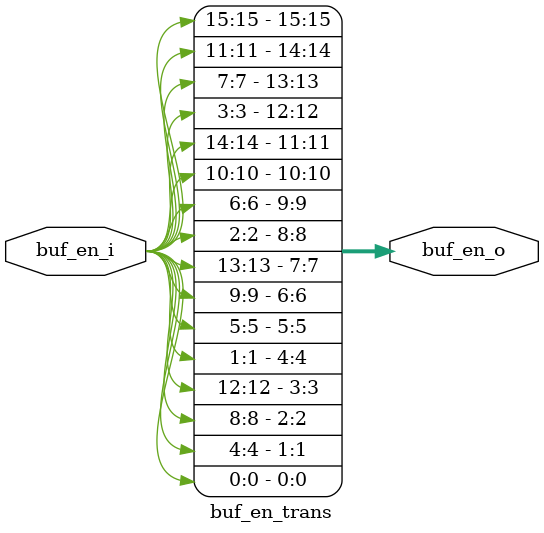
<source format=v>


  
//------------------------------------------------------------------------------
//(*DONT_TOUCH = "yes"*)
//`define DEBUG_MONITOR

module pu_top #(
    parameter   REG_OC_WIDTH            = 8      ,
    parameter   REG_OH_WIDTH            = 6      ,
    parameter   PE_OUTPUT_WD            = 18     ,     // pe partial sum width 18 bit
    parameter   PE_COL_NUM              = 32     ,
    parameter   BIAS_ADDR_WD            = 8      ,
    parameter   RES_ADDR_WD             = 8      ,
    parameter   FEATURE_ADDR_WD         = 8      ,
    parameter   OVERLAP_ADDR_WD         = 8      ,
    parameter   PU_RF_BIAS_IN_WD        = 48     ,
    parameter   PU_RF_RES_IN_WD         = 8 * 40 ,
    parameter   PU_RF_RES_OUT_WD        = 8 * 32 ,
    parameter   PU_RF_FE_OUT_WD         = 8 * 32 ,
    parameter   PU_RF_OLP_OUT_WD        = 8 * 4  ,
    parameter   PU_RF_ACCU_WD           = 32 * 24,
    parameter   BIAS_RF_WD              = 8 * 2  ,     // bias 16 bit
    parameter   RES_WD                  = 32 * 8 ,
    parameter   PU_RF_WD                = 32 * 8 ,
    parameter   X_OLP_ADR_WD            = 3      ,      //TODO:  
    parameter   X_OLP_DAT_WD            = 4 * 8  ,
    parameter   Y_OLP_ADR_WD            = 10     ,
    parameter   Y_OLP_DAT_WD            = 28 * 8 ,
    parameter   XY_OLP_ADR_WD           = 10     ,
    parameter   XY_OLP_DAT_WD           = 4 * 8  ,
    parameter   X_RESI_ADR_WD           = 10     ,     // TODO:
    parameter   X_RESI_DAT_WD           = 8 * 32 ,
    parameter   Y_RESI_ADR_WD           = 8      ,     // TODO:
    parameter   Y_RESI_DAT_WD           = 8 * 29 ,
    parameter   XY_RESI_ADR_WD          = 8      ,     // TODO:
    parameter   XY_RESI_DAT_WD          = 8 * 3  ,     // TODO:
    parameter   Y_L234_DEPTH            = 64     ,
    parameter   X_L234_DEPTH            = 32     ,
    parameter   XY_L234_DEPTH           = 34     ,
    parameter   REG_TNX_WIDTH           = 6
)(

    `ifdef DEBUG_MONITOR

    output                                                  mon_hs_conv_acc_o       ,
    output  [640                                    -1: 0]  mon_acc_c_0_h_0_o   ,
    output  [640                                    -1: 0]  mon_acc_c_0_h_1_o   ,
    output  [640                                    -1: 0]  mon_acc_c_0_h_2_o   ,
    output  [640                                    -1: 0]  mon_acc_c_0_h_3_o   ,
    output  [640                                    -1: 0]  mon_acc_c_1_h_0_o   ,
    output  [640                                    -1: 0]  mon_acc_c_1_h_1_o   ,
    output  [640                                    -1: 0]  mon_acc_c_1_h_2_o   ,
    output  [640                                    -1: 0]  mon_acc_c_1_h_3_o   ,
    output  [640                                    -1: 0]  mon_acc_c_2_h_0_o   ,
    output  [640                                    -1: 0]  mon_acc_c_2_h_1_o   ,
    output  [640                                    -1: 0]  mon_acc_c_2_h_2_o   ,
    output  [640                                    -1: 0]  mon_acc_c_2_h_3_o   ,
    output  [640                                    -1: 0]  mon_acc_c_3_h_0_o   ,
    output  [640                                    -1: 0]  mon_acc_c_3_h_1_o   ,
    output  [640                                    -1: 0]  mon_acc_c_3_h_2_o   ,
    output  [640                                    -1: 0]  mon_acc_c_3_h_3_o   ,

    output                                                 mon_hs_conv_bias_o   ,
    output  [640                                    -1: 0] mon_bias_oc0_o    ,
    output  [640                                    -1: 0] mon_bias_oc1_o    ,   
    output  [640                                    -1: 0] mon_bias_oc2_o    ,   
    output  [640                                    -1: 0] mon_bias_oc3_o    ,

    output                                                 mon_hs_lbm_o      ,
    output  [256                                    -1: 0] mon_lbm_oc0_o     ,
    output  [256                                    -1: 0] mon_lbm_oc1_o     ,
    output  [256                                    -1: 0] mon_lbm_oc2_o     ,
    output  [256                                    -1: 0] mon_lbm_oc3_o     ,
    

    `endif 

    input                                                   clk                 ,
    input                                                   rstn                ,
    // configure instruction and control
    // data channel interface
    // postprocess instruction fifo
    // ctrl signal
    input                                                   layer_start_i       ,
    input                                                   tile_switch_i       , 
    input                                                   strip_switch_i       ,
    output                                                  pu2ctrl_tile_done_o ,    // current layer current tile 's last 32wx4hx4oc block has been stored to febuf 
    input   [REG_OH_WIDTH                       -1: 0]      tile_h_i            ,
    input   [REG_OC_WIDTH                       -1: 0]      tile_c_i            ,
    input   [6                                  -1: 0]      tile_num_x_i        ,
    input   [3                                  -1: 0]      knl_size_i          ,    // 01 =>1x1  10 =>3x3  11 =>5x5
    input   [2                                    : 0]      ksize_nxt           ,
    input   [2                                  -1: 0]      res_proc_type_i     ,    // 00 deafult , 01 resi store , 10 resi load & add
    input   [4                                  -1: 0]      res_shift_i         ,
    input                                                   x4_shuffle_vld_i    ,    
    input                                                   pu_if_dnsamp_i      ,
    input                                                   model_switch_i      ,
    input                                                   nn_proc_i           ,    // 1'b1 : sr, 1'b0: dndm, 
    input   [6                                  -1: 0]      pu_hbm_shift_i      ,
    input   [6                                  -1: 0]      pu_lbm_shift_i      ,
    input                                                   pu_prelu_en_i       ,  
    input   [3                                    : 0]      tile_loc            ,
    input   [REG_TNX_WIDTH - 1                    : 0]      tile_tot_num_x      ,


    output  [100                                -1: 0]      pu2sch_olp_addr_o   ,
    // pe_array

    input                                                   pe2pu_vld_i         ,
    output                                                  pu2pe_rdy_o         ,

    input   [PE_OUTPUT_WD * PE_COL_NUM           -1: 0]     pe_row_0_0_0_i      ,
    input   [PE_OUTPUT_WD * PE_COL_NUM           -1: 0]     pe_row_0_0_1_i      ,
    input   [PE_OUTPUT_WD * PE_COL_NUM           -1: 0]     pe_row_0_0_2_i      ,
    input   [PE_OUTPUT_WD * PE_COL_NUM           -1: 0]     pe_row_0_0_3_i      ,
    input   [PE_OUTPUT_WD * PE_COL_NUM           -1: 0]     pe_row_0_1_0_i      ,
    input   [PE_OUTPUT_WD * PE_COL_NUM           -1: 0]     pe_row_0_1_1_i      ,
    input   [PE_OUTPUT_WD * PE_COL_NUM           -1: 0]     pe_row_0_1_2_i      ,
    input   [PE_OUTPUT_WD * PE_COL_NUM           -1: 0]     pe_row_0_1_3_i      ,
    input   [PE_OUTPUT_WD * PE_COL_NUM           -1: 0]     pe_row_0_2_0_i      ,
    input   [PE_OUTPUT_WD * PE_COL_NUM           -1: 0]     pe_row_0_2_1_i      ,
    input   [PE_OUTPUT_WD * PE_COL_NUM           -1: 0]     pe_row_0_2_2_i      ,
    input   [PE_OUTPUT_WD * PE_COL_NUM           -1: 0]     pe_row_0_2_3_i      ,
    input   [PE_OUTPUT_WD * PE_COL_NUM           -1: 0]     pe_row_0_3_0_i      ,
    input   [PE_OUTPUT_WD * PE_COL_NUM           -1: 0]     pe_row_0_3_1_i      ,
    input   [PE_OUTPUT_WD * PE_COL_NUM           -1: 0]     pe_row_0_3_2_i      ,
    input   [PE_OUTPUT_WD * PE_COL_NUM           -1: 0]     pe_row_0_3_3_i      ,
    input   [PE_OUTPUT_WD * PE_COL_NUM           -1: 0]     pe_row_1_0_0_i      ,
    input   [PE_OUTPUT_WD * PE_COL_NUM           -1: 0]     pe_row_1_0_1_i      ,
    input   [PE_OUTPUT_WD * PE_COL_NUM           -1: 0]     pe_row_1_0_2_i      ,
    input   [PE_OUTPUT_WD * PE_COL_NUM           -1: 0]     pe_row_1_0_3_i      ,
    input   [PE_OUTPUT_WD * PE_COL_NUM           -1: 0]     pe_row_1_1_0_i      ,
    input   [PE_OUTPUT_WD * PE_COL_NUM           -1: 0]     pe_row_1_1_1_i      ,
    input   [PE_OUTPUT_WD * PE_COL_NUM           -1: 0]     pe_row_1_1_2_i      ,
    input   [PE_OUTPUT_WD * PE_COL_NUM           -1: 0]     pe_row_1_1_3_i      ,
    input   [PE_OUTPUT_WD * PE_COL_NUM           -1: 0]     pe_row_1_2_0_i      ,
    input   [PE_OUTPUT_WD * PE_COL_NUM           -1: 0]     pe_row_1_2_1_i      ,
    input   [PE_OUTPUT_WD * PE_COL_NUM           -1: 0]     pe_row_1_2_2_i      ,
    input   [PE_OUTPUT_WD * PE_COL_NUM           -1: 0]     pe_row_1_2_3_i      ,
    input   [PE_OUTPUT_WD * PE_COL_NUM           -1: 0]     pe_row_1_3_0_i      ,
    input   [PE_OUTPUT_WD * PE_COL_NUM           -1: 0]     pe_row_1_3_1_i      ,
    input   [PE_OUTPUT_WD * PE_COL_NUM           -1: 0]     pe_row_1_3_2_i      ,
    input   [PE_OUTPUT_WD * PE_COL_NUM           -1: 0]     pe_row_1_3_3_i      ,
    input   [PE_OUTPUT_WD * PE_COL_NUM           -1: 0]     pe_row_2_0_0_i      ,
    input   [PE_OUTPUT_WD * PE_COL_NUM           -1: 0]     pe_row_2_0_1_i      ,
    input   [PE_OUTPUT_WD * PE_COL_NUM           -1: 0]     pe_row_2_0_2_i      ,
    input   [PE_OUTPUT_WD * PE_COL_NUM           -1: 0]     pe_row_2_0_3_i      ,
    input   [PE_OUTPUT_WD * PE_COL_NUM           -1: 0]     pe_row_2_1_0_i      ,
    input   [PE_OUTPUT_WD * PE_COL_NUM           -1: 0]     pe_row_2_1_1_i      ,
    input   [PE_OUTPUT_WD * PE_COL_NUM           -1: 0]     pe_row_2_1_2_i      ,
    input   [PE_OUTPUT_WD * PE_COL_NUM           -1: 0]     pe_row_2_1_3_i      ,
    input   [PE_OUTPUT_WD * PE_COL_NUM           -1: 0]     pe_row_2_2_0_i      ,
    input   [PE_OUTPUT_WD * PE_COL_NUM           -1: 0]     pe_row_2_2_1_i      ,
    input   [PE_OUTPUT_WD * PE_COL_NUM           -1: 0]     pe_row_2_2_2_i      ,
    input   [PE_OUTPUT_WD * PE_COL_NUM           -1: 0]     pe_row_2_2_3_i      ,
    input   [PE_OUTPUT_WD * PE_COL_NUM           -1: 0]     pe_row_2_3_0_i      ,
    input   [PE_OUTPUT_WD * PE_COL_NUM           -1: 0]     pe_row_2_3_1_i      ,
    input   [PE_OUTPUT_WD * PE_COL_NUM           -1: 0]     pe_row_2_3_2_i      ,
    input   [PE_OUTPUT_WD * PE_COL_NUM           -1: 0]     pe_row_2_3_3_i      ,
    input   [PE_OUTPUT_WD * PE_COL_NUM           -1: 0]     pe_row_3_0_0_i      ,
    input   [PE_OUTPUT_WD * PE_COL_NUM           -1: 0]     pe_row_3_0_1_i      ,
    input   [PE_OUTPUT_WD * PE_COL_NUM           -1: 0]     pe_row_3_0_2_i      ,
    input   [PE_OUTPUT_WD * PE_COL_NUM           -1: 0]     pe_row_3_0_3_i      ,
    input   [PE_OUTPUT_WD * PE_COL_NUM           -1: 0]     pe_row_3_1_0_i      ,
    input   [PE_OUTPUT_WD * PE_COL_NUM           -1: 0]     pe_row_3_1_1_i      ,
    input   [PE_OUTPUT_WD * PE_COL_NUM           -1: 0]     pe_row_3_1_2_i      ,
    input   [PE_OUTPUT_WD * PE_COL_NUM           -1: 0]     pe_row_3_1_3_i      ,
    input   [PE_OUTPUT_WD * PE_COL_NUM           -1: 0]     pe_row_3_2_0_i      ,
    input   [PE_OUTPUT_WD * PE_COL_NUM           -1: 0]     pe_row_3_2_1_i      ,
    input   [PE_OUTPUT_WD * PE_COL_NUM           -1: 0]     pe_row_3_2_2_i      ,
    input   [PE_OUTPUT_WD * PE_COL_NUM           -1: 0]     pe_row_3_2_3_i      ,
    input   [PE_OUTPUT_WD * PE_COL_NUM           -1: 0]     pe_row_3_3_0_i      ,
    input   [PE_OUTPUT_WD * PE_COL_NUM           -1: 0]     pe_row_3_3_1_i      ,
    input   [PE_OUTPUT_WD * PE_COL_NUM           -1: 0]     pe_row_3_3_2_i      ,
    input   [PE_OUTPUT_WD * PE_COL_NUM           -1: 0]     pe_row_3_3_3_i      ,
    // mem
    // mem ctrl signal

    // bias & preluparam buffer
    // data
    output  [1                                   -1: 0]     bias_buf_rd_en_o      ,
    output  [BIAS_ADDR_WD                        -1: 0]     bias_buf_rd_addr_o    ,
    input   [PU_RF_BIAS_IN_WD                    -1: 0]     bias_buf_rd_dat_0_i   ,
    input   [PU_RF_BIAS_IN_WD                    -1: 0]     bias_buf_rd_dat_1_i   ,
    input   [PU_RF_BIAS_IN_WD                    -1: 0]     bias_buf_rd_dat_2_i   ,
    input   [PU_RF_BIAS_IN_WD                    -1: 0]     bias_buf_rd_dat_3_i   ,

    // x resi buffer 
    output  [16                                  -1: 0]     x_resi_rd_en_o         ,
    output  [X_RESI_ADR_WD                       -1: 0]     x_resi_rd_addr_o       ,
    input   [X_RESI_DAT_WD                       -1: 0]     x_resi_rd_dat_c0_h0_i  ,
    input   [X_RESI_DAT_WD                       -1: 0]     x_resi_rd_dat_c0_h1_i  ,
    input   [X_RESI_DAT_WD                       -1: 0]     x_resi_rd_dat_c0_h2_i  ,
    input   [X_RESI_DAT_WD                       -1: 0]     x_resi_rd_dat_c0_h3_i  ,
    input   [X_RESI_DAT_WD                       -1: 0]     x_resi_rd_dat_c1_h0_i  ,
    input   [X_RESI_DAT_WD                       -1: 0]     x_resi_rd_dat_c1_h1_i  ,
    input   [X_RESI_DAT_WD                       -1: 0]     x_resi_rd_dat_c1_h2_i  ,
    input   [X_RESI_DAT_WD                       -1: 0]     x_resi_rd_dat_c1_h3_i  ,
    input   [X_RESI_DAT_WD                       -1: 0]     x_resi_rd_dat_c2_h0_i  ,
    input   [X_RESI_DAT_WD                       -1: 0]     x_resi_rd_dat_c2_h1_i  ,
    input   [X_RESI_DAT_WD                       -1: 0]     x_resi_rd_dat_c2_h2_i  ,
    input   [X_RESI_DAT_WD                       -1: 0]     x_resi_rd_dat_c2_h3_i  ,
    input   [X_RESI_DAT_WD                       -1: 0]     x_resi_rd_dat_c3_h0_i  ,
    input   [X_RESI_DAT_WD                       -1: 0]     x_resi_rd_dat_c3_h1_i  ,
    input   [X_RESI_DAT_WD                       -1: 0]     x_resi_rd_dat_c3_h2_i  ,
    input   [X_RESI_DAT_WD                       -1: 0]     x_resi_rd_dat_c3_h3_i  ,
        
    output  [16                                  -1: 0]     x_resi_wr_en_o         ,
    output  [X_RESI_ADR_WD                       -1: 0]     x_resi_wr_addr_h0_o    ,
    output  [X_RESI_ADR_WD                       -1: 0]     x_resi_wr_addr_h1_o    ,
    output  [X_RESI_ADR_WD                       -1: 0]     x_resi_wr_addr_h2_o    ,
    output  [X_RESI_ADR_WD                       -1: 0]     x_resi_wr_addr_h3_o    ,

    output  [X_RESI_DAT_WD                       -1: 0]     x_resi_wr_dat_c0_h0_o  ,
    output  [X_RESI_DAT_WD                       -1: 0]     x_resi_wr_dat_c0_h1_o  ,
    output  [X_RESI_DAT_WD                       -1: 0]     x_resi_wr_dat_c0_h2_o  ,
    output  [X_RESI_DAT_WD                       -1: 0]     x_resi_wr_dat_c0_h3_o  ,
    output  [X_RESI_DAT_WD                       -1: 0]     x_resi_wr_dat_c1_h0_o  ,
    output  [X_RESI_DAT_WD                       -1: 0]     x_resi_wr_dat_c1_h1_o  ,
    output  [X_RESI_DAT_WD                       -1: 0]     x_resi_wr_dat_c1_h2_o  ,
    output  [X_RESI_DAT_WD                       -1: 0]     x_resi_wr_dat_c1_h3_o  ,
    output  [X_RESI_DAT_WD                       -1: 0]     x_resi_wr_dat_c2_h0_o  ,
    output  [X_RESI_DAT_WD                       -1: 0]     x_resi_wr_dat_c2_h1_o  ,
    output  [X_RESI_DAT_WD                       -1: 0]     x_resi_wr_dat_c2_h2_o  ,
    output  [X_RESI_DAT_WD                       -1: 0]     x_resi_wr_dat_c2_h3_o  ,
    output  [X_RESI_DAT_WD                       -1: 0]     x_resi_wr_dat_c3_h0_o  ,
    output  [X_RESI_DAT_WD                       -1: 0]     x_resi_wr_dat_c3_h1_o  ,
    output  [X_RESI_DAT_WD                       -1: 0]     x_resi_wr_dat_c3_h2_o  ,
    output  [X_RESI_DAT_WD                       -1: 0]     x_resi_wr_dat_c3_h3_o  ,
    
    // y resi buffer 
    output  [12                                  -1: 0]     y_resi_rd_en_o         ,
    output  [Y_RESI_ADR_WD                       -1: 0]     y_resi_rd_addr_o       ,
    input   [Y_RESI_DAT_WD                       -1: 0]     y_resi_rd_dat_c0_h0_i  ,
    input   [Y_RESI_DAT_WD                       -1: 0]     y_resi_rd_dat_c0_h1_i  ,
    input   [Y_RESI_DAT_WD                       -1: 0]     y_resi_rd_dat_c0_h2_i  ,
    input   [Y_RESI_DAT_WD                       -1: 0]     y_resi_rd_dat_c1_h0_i  ,
    input   [Y_RESI_DAT_WD                       -1: 0]     y_resi_rd_dat_c1_h1_i  ,
    input   [Y_RESI_DAT_WD                       -1: 0]     y_resi_rd_dat_c1_h2_i  ,
    input   [Y_RESI_DAT_WD                       -1: 0]     y_resi_rd_dat_c2_h0_i  ,
    input   [Y_RESI_DAT_WD                       -1: 0]     y_resi_rd_dat_c2_h1_i  ,
    input   [Y_RESI_DAT_WD                       -1: 0]     y_resi_rd_dat_c2_h2_i  ,
    input   [Y_RESI_DAT_WD                       -1: 0]     y_resi_rd_dat_c3_h0_i  ,
    input   [Y_RESI_DAT_WD                       -1: 0]     y_resi_rd_dat_c3_h1_i  ,
    input   [Y_RESI_DAT_WD                       -1: 0]     y_resi_rd_dat_c3_h2_i  ,
        
    output  [12                                  -1: 0]     y_resi_wr_en_o         ,
    output  [Y_RESI_ADR_WD                       -1: 0]     y_resi_wr_addr_o       ,
    output  [Y_RESI_DAT_WD                       -1: 0]     y_resi_wr_dat_c0_h0_o  ,
    output  [Y_RESI_DAT_WD                       -1: 0]     y_resi_wr_dat_c0_h1_o  ,
    output  [Y_RESI_DAT_WD                       -1: 0]     y_resi_wr_dat_c0_h2_o  ,
    output  [Y_RESI_DAT_WD                       -1: 0]     y_resi_wr_dat_c1_h0_o  ,
    output  [Y_RESI_DAT_WD                       -1: 0]     y_resi_wr_dat_c1_h1_o  ,
    output  [Y_RESI_DAT_WD                       -1: 0]     y_resi_wr_dat_c1_h2_o  ,
    output  [Y_RESI_DAT_WD                       -1: 0]     y_resi_wr_dat_c2_h0_o  ,
    output  [Y_RESI_DAT_WD                       -1: 0]     y_resi_wr_dat_c2_h1_o  ,
    output  [Y_RESI_DAT_WD                       -1: 0]     y_resi_wr_dat_c2_h2_o  ,
    output  [Y_RESI_DAT_WD                       -1: 0]     y_resi_wr_dat_c3_h0_o  ,
    output  [Y_RESI_DAT_WD                       -1: 0]     y_resi_wr_dat_c3_h1_o  ,
    output  [Y_RESI_DAT_WD                       -1: 0]     y_resi_wr_dat_c3_h2_o  ,

    // xy resi buffer
    output  [12                                   -1: 0]    xy_resi_rd_en_o        ,
    output  [XY_RESI_ADR_WD                       -1: 0]    xy_resi_rd_addr_o      ,
    input   [XY_RESI_DAT_WD                       -1: 0]    xy_resi_rd_dat_c0_h0_i ,
    input   [XY_RESI_DAT_WD                       -1: 0]    xy_resi_rd_dat_c0_h1_i ,
    input   [XY_RESI_DAT_WD                       -1: 0]    xy_resi_rd_dat_c0_h2_i ,
    input   [XY_RESI_DAT_WD                       -1: 0]    xy_resi_rd_dat_c1_h0_i ,
    input   [XY_RESI_DAT_WD                       -1: 0]    xy_resi_rd_dat_c1_h1_i ,
    input   [XY_RESI_DAT_WD                       -1: 0]    xy_resi_rd_dat_c1_h2_i ,
    input   [XY_RESI_DAT_WD                       -1: 0]    xy_resi_rd_dat_c2_h0_i ,
    input   [XY_RESI_DAT_WD                       -1: 0]    xy_resi_rd_dat_c2_h1_i ,
    input   [XY_RESI_DAT_WD                       -1: 0]    xy_resi_rd_dat_c2_h2_i ,
    input   [XY_RESI_DAT_WD                       -1: 0]    xy_resi_rd_dat_c3_h0_i ,
    input   [XY_RESI_DAT_WD                       -1: 0]    xy_resi_rd_dat_c3_h1_i ,
    input   [XY_RESI_DAT_WD                       -1: 0]    xy_resi_rd_dat_c3_h2_i ,
        
    output  [12                                  -1: 0]     xy_resi_wr_en_o        ,
    output  [XY_RESI_ADR_WD                      -1: 0]     xy_resi_wr_addr_o      ,
    output  [XY_RESI_DAT_WD                      -1: 0]     xy_resi_wr_dat_c0_h0_o ,
    output  [XY_RESI_DAT_WD                      -1: 0]     xy_resi_wr_dat_c0_h1_o ,
    output  [XY_RESI_DAT_WD                      -1: 0]     xy_resi_wr_dat_c0_h2_o ,
    output  [XY_RESI_DAT_WD                      -1: 0]     xy_resi_wr_dat_c1_h0_o ,
    output  [XY_RESI_DAT_WD                      -1: 0]     xy_resi_wr_dat_c1_h1_o ,
    output  [XY_RESI_DAT_WD                      -1: 0]     xy_resi_wr_dat_c1_h2_o ,
    output  [XY_RESI_DAT_WD                      -1: 0]     xy_resi_wr_dat_c2_h0_o ,
    output  [XY_RESI_DAT_WD                      -1: 0]     xy_resi_wr_dat_c2_h1_o ,
    output  [XY_RESI_DAT_WD                      -1: 0]     xy_resi_wr_dat_c2_h2_o ,
    output  [XY_RESI_DAT_WD                      -1: 0]     xy_resi_wr_dat_c3_h0_o ,
    output  [XY_RESI_DAT_WD                      -1: 0]     xy_resi_wr_dat_c3_h1_o ,
    output  [XY_RESI_DAT_WD                      -1: 0]     xy_resi_wr_dat_c3_h2_o ,

     // feature  write out
    output  [16                                  -1: 0]     fe_buf_wr_en_o        ,
    output  [FEATURE_ADDR_WD                     -1: 0]     fe_buf_wr_addr_o      ,
    output  [PU_RF_FE_OUT_WD                     -1: 0]     fe_buf_wr_dat_0_0_o   ,
    output  [PU_RF_FE_OUT_WD                     -1: 0]     fe_buf_wr_dat_0_1_o   ,
    output  [PU_RF_FE_OUT_WD                     -1: 0]     fe_buf_wr_dat_0_2_o   ,
    output  [PU_RF_FE_OUT_WD                     -1: 0]     fe_buf_wr_dat_0_3_o   ,
    output  [PU_RF_FE_OUT_WD                     -1: 0]     fe_buf_wr_dat_1_0_o   ,
    output  [PU_RF_FE_OUT_WD                     -1: 0]     fe_buf_wr_dat_1_1_o   ,
    output  [PU_RF_FE_OUT_WD                     -1: 0]     fe_buf_wr_dat_1_2_o   ,
    output  [PU_RF_FE_OUT_WD                     -1: 0]     fe_buf_wr_dat_1_3_o   ,
    output  [PU_RF_FE_OUT_WD                     -1: 0]     fe_buf_wr_dat_2_0_o   ,
    output  [PU_RF_FE_OUT_WD                     -1: 0]     fe_buf_wr_dat_2_1_o   ,
    output  [PU_RF_FE_OUT_WD                     -1: 0]     fe_buf_wr_dat_2_2_o   ,
    output  [PU_RF_FE_OUT_WD                     -1: 0]     fe_buf_wr_dat_2_3_o   ,
    output  [PU_RF_FE_OUT_WD                     -1: 0]     fe_buf_wr_dat_3_0_o   ,
    output  [PU_RF_FE_OUT_WD                     -1: 0]     fe_buf_wr_dat_3_1_o   ,
    output  [PU_RF_FE_OUT_WD                     -1: 0]     fe_buf_wr_dat_3_2_o   ,
    output  [PU_RF_FE_OUT_WD                     -1: 0]     fe_buf_wr_dat_3_3_o   ,

     // X_OLP_WRITE
    output  [16                                  -1: 0]     x_olp_buf_wr_en_o       ,
    output  [X_OLP_ADR_WD                        -1: 0]     x_olp_buf_wr_addr_o     ,
    output  [X_OLP_DAT_WD                        -1: 0]     x_olp_buf_wr_dat_0_0_o  ,
    output  [X_OLP_DAT_WD                        -1: 0]     x_olp_buf_wr_dat_0_1_o  ,
    output  [X_OLP_DAT_WD                        -1: 0]     x_olp_buf_wr_dat_0_2_o  ,
    output  [X_OLP_DAT_WD                        -1: 0]     x_olp_buf_wr_dat_0_3_o  ,
    output  [X_OLP_DAT_WD                        -1: 0]     x_olp_buf_wr_dat_1_0_o  ,
    output  [X_OLP_DAT_WD                        -1: 0]     x_olp_buf_wr_dat_1_1_o  ,
    output  [X_OLP_DAT_WD                        -1: 0]     x_olp_buf_wr_dat_1_2_o  ,
    output  [X_OLP_DAT_WD                        -1: 0]     x_olp_buf_wr_dat_1_3_o  ,
    output  [X_OLP_DAT_WD                        -1: 0]     x_olp_buf_wr_dat_2_0_o  ,
    output  [X_OLP_DAT_WD                        -1: 0]     x_olp_buf_wr_dat_2_1_o  ,
    output  [X_OLP_DAT_WD                        -1: 0]     x_olp_buf_wr_dat_2_2_o  ,
    output  [X_OLP_DAT_WD                        -1: 0]     x_olp_buf_wr_dat_2_3_o  ,
    output  [X_OLP_DAT_WD                        -1: 0]     x_olp_buf_wr_dat_3_0_o  ,
    output  [X_OLP_DAT_WD                        -1: 0]     x_olp_buf_wr_dat_3_1_o  ,
    output  [X_OLP_DAT_WD                        -1: 0]     x_olp_buf_wr_dat_3_2_o  ,
    output  [X_OLP_DAT_WD                        -1: 0]     x_olp_buf_wr_dat_3_3_o  ,

     // Y_OLP_WRITE
    output  [16                                  -1: 0]     y_olp_buf_wr_en_o       ,
    output  [Y_OLP_ADR_WD                        -1: 0]     y_olp_buf_wr_addr_o     ,
    output  [Y_OLP_DAT_WD                        -1: 0]     y_olp_buf_wr_dat_0_0_o  ,
    output  [Y_OLP_DAT_WD                        -1: 0]     y_olp_buf_wr_dat_0_1_o  ,
    output  [Y_OLP_DAT_WD                        -1: 0]     y_olp_buf_wr_dat_0_2_o  ,
    output  [Y_OLP_DAT_WD                        -1: 0]     y_olp_buf_wr_dat_0_3_o  ,
    output  [Y_OLP_DAT_WD                        -1: 0]     y_olp_buf_wr_dat_1_0_o  ,
    output  [Y_OLP_DAT_WD                        -1: 0]     y_olp_buf_wr_dat_1_1_o  ,
    output  [Y_OLP_DAT_WD                        -1: 0]     y_olp_buf_wr_dat_1_2_o  ,
    output  [Y_OLP_DAT_WD                        -1: 0]     y_olp_buf_wr_dat_1_3_o  ,
    output  [Y_OLP_DAT_WD                        -1: 0]     y_olp_buf_wr_dat_2_0_o  ,
    output  [Y_OLP_DAT_WD                        -1: 0]     y_olp_buf_wr_dat_2_1_o  ,
    output  [Y_OLP_DAT_WD                        -1: 0]     y_olp_buf_wr_dat_2_2_o  ,
    output  [Y_OLP_DAT_WD                        -1: 0]     y_olp_buf_wr_dat_2_3_o  ,
    output  [Y_OLP_DAT_WD                        -1: 0]     y_olp_buf_wr_dat_3_0_o  ,
    output  [Y_OLP_DAT_WD                        -1: 0]     y_olp_buf_wr_dat_3_1_o  ,
    output  [Y_OLP_DAT_WD                        -1: 0]     y_olp_buf_wr_dat_3_2_o  ,
    output  [Y_OLP_DAT_WD                        -1: 0]     y_olp_buf_wr_dat_3_3_o  ,

    // XY_OLP_WRITE  even  buffer, half of total xy olp buf size
    output  [16                                  -1: 0]     evn_xy_olp_buf_wr_en_o       ,
    output  [XY_OLP_ADR_WD                       -1: 0]     evn_xy_olp_buf_wr_addr_o     ,
    output  [XY_OLP_DAT_WD                       -1: 0]     evn_xy_olp_buf_wr_dat_0_0_o  ,
    output  [XY_OLP_DAT_WD                       -1: 0]     evn_xy_olp_buf_wr_dat_0_1_o  ,
    output  [XY_OLP_DAT_WD                       -1: 0]     evn_xy_olp_buf_wr_dat_0_2_o  ,
    output  [XY_OLP_DAT_WD                       -1: 0]     evn_xy_olp_buf_wr_dat_0_3_o  ,
    output  [XY_OLP_DAT_WD                       -1: 0]     evn_xy_olp_buf_wr_dat_1_0_o  ,
    output  [XY_OLP_DAT_WD                       -1: 0]     evn_xy_olp_buf_wr_dat_1_1_o  ,
    output  [XY_OLP_DAT_WD                       -1: 0]     evn_xy_olp_buf_wr_dat_1_2_o  ,
    output  [XY_OLP_DAT_WD                       -1: 0]     evn_xy_olp_buf_wr_dat_1_3_o  ,
    output  [XY_OLP_DAT_WD                       -1: 0]     evn_xy_olp_buf_wr_dat_2_0_o  ,
    output  [XY_OLP_DAT_WD                       -1: 0]     evn_xy_olp_buf_wr_dat_2_1_o  ,
    output  [XY_OLP_DAT_WD                       -1: 0]     evn_xy_olp_buf_wr_dat_2_2_o  ,
    output  [XY_OLP_DAT_WD                       -1: 0]     evn_xy_olp_buf_wr_dat_2_3_o  ,
    output  [XY_OLP_DAT_WD                       -1: 0]     evn_xy_olp_buf_wr_dat_3_0_o  ,
    output  [XY_OLP_DAT_WD                       -1: 0]     evn_xy_olp_buf_wr_dat_3_1_o  ,
    output  [XY_OLP_DAT_WD                       -1: 0]     evn_xy_olp_buf_wr_dat_3_2_o  ,
    output  [XY_OLP_DAT_WD                       -1: 0]     evn_xy_olp_buf_wr_dat_3_3_o  ,

      // XY_OLP_WRITE odd buffer, half of total xy olp buf size
    output  [16                                  -1: 0]     odd_xy_olp_buf_wr_en_o       ,
    output  [XY_OLP_ADR_WD                       -1: 0]     odd_xy_olp_buf_wr_addr_o     ,
    output  [XY_OLP_DAT_WD                       -1: 0]     odd_xy_olp_buf_wr_dat_0_0_o  ,
    output  [XY_OLP_DAT_WD                       -1: 0]     odd_xy_olp_buf_wr_dat_0_1_o  ,
    output  [XY_OLP_DAT_WD                       -1: 0]     odd_xy_olp_buf_wr_dat_0_2_o  ,
    output  [XY_OLP_DAT_WD                       -1: 0]     odd_xy_olp_buf_wr_dat_0_3_o  ,
    output  [XY_OLP_DAT_WD                       -1: 0]     odd_xy_olp_buf_wr_dat_1_0_o  ,
    output  [XY_OLP_DAT_WD                       -1: 0]     odd_xy_olp_buf_wr_dat_1_1_o  ,
    output  [XY_OLP_DAT_WD                       -1: 0]     odd_xy_olp_buf_wr_dat_1_2_o  ,
    output  [XY_OLP_DAT_WD                       -1: 0]     odd_xy_olp_buf_wr_dat_1_3_o  ,
    output  [XY_OLP_DAT_WD                       -1: 0]     odd_xy_olp_buf_wr_dat_2_0_o  ,
    output  [XY_OLP_DAT_WD                       -1: 0]     odd_xy_olp_buf_wr_dat_2_1_o  ,
    output  [XY_OLP_DAT_WD                       -1: 0]     odd_xy_olp_buf_wr_dat_2_2_o  ,
    output  [XY_OLP_DAT_WD                       -1: 0]     odd_xy_olp_buf_wr_dat_2_3_o  ,
    output  [XY_OLP_DAT_WD                       -1: 0]     odd_xy_olp_buf_wr_dat_3_0_o  ,
    output  [XY_OLP_DAT_WD                       -1: 0]     odd_xy_olp_buf_wr_dat_3_1_o  ,
    output  [XY_OLP_DAT_WD                       -1: 0]     odd_xy_olp_buf_wr_dat_3_2_o  ,
    output  [XY_OLP_DAT_WD                       -1: 0]     odd_xy_olp_buf_wr_dat_3_3_o  

);

// local params

localparam                                                  CONV1    = 2'b01     ,
                                                            CONV3    = 2'b10     ,
                                                            CONV5    = 2'b11     ,
                                                            RESI_RD  = 2'b10     ,
                                                            RESI_WR  = 2'b01     ;


//-------------------------------

// WIRE & REG

//-------------------------------




    wire                                                   pipe1_vld_w          ;               
    wire                                                   pipe1_rdy_w          ;
         
    wire                                                   pipe2_vld_w          ;               
    wire                                                   pipe2_rdy_w          ;
         
    wire                                                   pipe3_vld_w          ;               
    wire                                                   pipe3_rdy_w          ;
         
    wire                                                   pipe4_vld_w          ;               
    wire                                                   pipe4_rdy_w          ;
         
    wire                                                   pipe5_vld_w          ;               
    wire                                                   pipe5_rdy_w          ;

    wire                                                    acc2bsadd_vld_w     ;
    wire                                                    bsadd2acc_rdy_w     ;
    
    wire                                                    bsrd2bsadd_vld_w     ; 
    wire                                                    bsadd2bsrd_rdy_w     ;

    wire                                                    hs_in_eg_w           ;   // handshake in egress 
    wire                                                    hs_in_pipe2_w        ;
    wire                                                    hs_in_pipe3_w        ;


    reg    [640                                 -1: 0]     acc_0_w             ;
    reg    [640                                 -1: 0]     acc_1_w             ;
    reg    [640                                 -1: 0]     acc_2_w             ;
    reg    [640                                 -1: 0]     acc_3_w             ;
    reg    [3                                   -1: 0]     bias_h_cnt_r        ;
    reg    [3                                   -1: 0]     res_h_cnt_r         ;

    wire                                                   is_bias_end_w       ;
    wire                                                   is_res_end_w        ;

    wire                                                   is_resi_wr_w         ;
    wire                                                   is_resi_rd_w        ;
    reg                                                    x4_ps_en_r          ;
    reg    [REG_OH_WIDTH                         : 0]      tile_h_r            ;
    reg    [REG_OC_WIDTH                       -1: 0]      tile_c_r            ;
    reg    [REG_OH_WIDTH                       -1: 0]      tile_h_4_aligned_r  ;
    reg    [REG_OC_WIDTH                       -1: 0]      tile_c_4_aligned_r  ;
    reg    [2                                  -1: 0]      knl_size_r          ;
    reg    [2                                  -1: 0]      res_proc_type_r     ;
    reg    [6                                  -1: 0]      tile_num_x_r        ;
    reg    [6                                  -1: 0]      tile_num_x_sub1_r   ;


    reg                                                    bias_vld_r          ;
    reg    [100                                 -1: 0]     pu2sch_olp_addr_r   ;

    wire   [640                                    -1: 0]     accum_0_0_w         ;
    wire   [640                                    -1: 0]     accum_0_1_w         ;
    wire   [640                                    -1: 0]     accum_0_2_w         ;
    wire   [640                                    -1: 0]     accum_0_3_w         ;
    wire   [640                                    -1: 0]     accum_1_0_w         ;
    wire   [640                                    -1: 0]     accum_1_1_w         ;
    wire   [640                                    -1: 0]     accum_1_2_w         ;
    wire   [640                                    -1: 0]     accum_1_3_w         ;
    wire   [640                                    -1: 0]     accum_2_0_w         ;
    wire   [640                                    -1: 0]     accum_2_1_w         ;
    wire   [640                                    -1: 0]     accum_2_2_w         ;
    wire   [640                                    -1: 0]     accum_2_3_w         ;
    wire   [640                                    -1: 0]     accum_3_0_w         ;
    wire   [640                                    -1: 0]     accum_3_1_w         ;
    wire   [640                                    -1: 0]     accum_3_2_w         ;
    wire   [640                                    -1: 0]     accum_3_3_w         ;
 
 
    wire   [BIAS_RF_WD                           -1: 0]     bias_0_w           ;
    wire   [BIAS_RF_WD                           -1: 0]     bias_1_w           ;
    wire   [BIAS_RF_WD                           -1: 0]     bias_2_w           ;
    wire   [BIAS_RF_WD                           -1: 0]     bias_3_w           ;


    wire   [640                                  -1: 0]      conv_oc0_w         ;
    wire   [640                                  -1: 0]      conv_oc1_w         ;
    wire   [640                                  -1: 0]      conv_oc2_w         ;
    wire   [640                                  -1: 0]      conv_oc3_w         ;




    wire   [16                                  -1: 0]     relu_para_oc0_w     ;
    wire   [16                                  -1: 0]     relu_para_oc1_w     ;
    wire   [16                                  -1: 0]     relu_para_oc2_w     ;
    wire   [16                                  -1: 0]     relu_para_oc3_w     ;

    wire   [32*8                               -1: 0]     prelu_oc0_w         ; 
    wire   [32*8                               -1: 0]     prelu_oc1_w         ; 
    wire   [32*8                               -1: 0]     prelu_oc2_w         ; 
    wire   [32*8                               -1: 0]     prelu_oc3_w         ; 

    reg    [32 * 8                              -1: 0]     resi_oc0_w          ;
    reg    [32 * 8                              -1: 0]     resi_oc1_w          ;
    reg    [32 * 8                              -1: 0]     resi_oc2_w          ;
    reg    [32 * 8                              -1: 0]     resi_oc3_w          ;

    wire   [32 * 11                             -1: 0]     resi2lbm_oc0_w        ;
    wire   [32 * 11                             -1: 0]     resi2lbm_oc1_w        ;
    wire   [32 * 11                             -1: 0]     resi2lbm_oc2_w        ;
    wire   [32 * 11                             -1: 0]     resi2lbm_oc3_w        ;
    
    wire   [32 * 8                              -1: 0]     requant_oc0_w       ;
    wire   [32 * 8                              -1: 0]     requant_oc1_w       ;
    wire   [32 * 8                              -1: 0]     requant_oc2_w       ;
    wire   [32 * 8                              -1: 0]     requant_oc3_w       ;


    wire                                                   is_requant_end_w    ;
    reg    [4                                   -1 :0]     fe_h_en_w           ;
    reg    [3                                   -1 :0]     requant_h_cnt_r     ;

    wire   [6                                  -1 : 0]     strip_cnt_r         ;
    reg    [10                                 -1 : 0]     tile_cnt_r          ;            //x y
    reg    [4                                  -1 : 0]     layer_cnt_r         ;
    reg    [REG_OH_WIDTH                       -1 : 0]     tile_h_cnt_r        ;
    reg    [REG_OC_WIDTH                       -1 : 0]     tile_oc_cnt_r       ; 
    wire                                                   is_tile_done_w      ;
    wire                                                   is_tile_lst_c_h_w   ;
    wire                                                   is_tile_lst_c_w     ;
    wire                                                   is_tile_lst_h_w     ;
    wire                                                   is_blk_done_w       ;
    wire                                                   is_lst_tile_w       ;
    reg                                                    is_blk_done_dly_r   ;


    wire   [16                                   -1: 0]     res_add_en;
    wire   [4                                    -1: 0]     bias_add_en;
    wire   [4                                    -1: 0]     bias_rf_wr_en;
    wire                                                    rf_x2_shuffle_en;


   
    wire  [16                                    -1: 0]     rf_row_input_msk;
    wire  [16                                    -1: 0]     rf_row_shift_msk;
    wire  [4                                     -1: 0]     bias_buf_rd_en_w;

    //ps lines 

    wire   [32 * 8                              -1: 0]     ps_line_part0_w    ;
    wire   [32 * 8                              -1: 0]     ps_line_part1_w    ;
    wire   [32 * 8                              -1: 0]     ps_line_part2_w    ;
    wire   [32 * 8                              -1: 0]     ps_line_part3_w    ;

    wire   [1                                     : 0]     lst_h4_bias        ;

// fe buf write delay
    reg    [16                                  -1: 0]     fe_buf_wr_en_r       ;
    reg    [FEATURE_ADDR_WD                     -1: 0]     fe_buf_wr_addr_r   ;
    reg    [PU_RF_FE_OUT_WD                     -1: 0]     fe_buf_wr_dat_0_0_r   ;
    reg    [PU_RF_FE_OUT_WD                     -1: 0]     fe_buf_wr_dat_0_1_r   ;
    reg    [PU_RF_FE_OUT_WD                     -1: 0]     fe_buf_wr_dat_0_2_r   ;
    reg    [PU_RF_FE_OUT_WD                     -1: 0]     fe_buf_wr_dat_0_3_r   ;
    reg    [PU_RF_FE_OUT_WD                     -1: 0]     fe_buf_wr_dat_1_0_r   ;
    reg    [PU_RF_FE_OUT_WD                     -1: 0]     fe_buf_wr_dat_1_1_r   ;
    reg    [PU_RF_FE_OUT_WD                     -1: 0]     fe_buf_wr_dat_1_2_r   ;
    reg    [PU_RF_FE_OUT_WD                     -1: 0]     fe_buf_wr_dat_1_3_r   ;
    reg    [PU_RF_FE_OUT_WD                     -1: 0]     fe_buf_wr_dat_2_0_r   ;
    reg    [PU_RF_FE_OUT_WD                     -1: 0]     fe_buf_wr_dat_2_1_r   ;
    reg    [PU_RF_FE_OUT_WD                     -1: 0]     fe_buf_wr_dat_2_2_r   ;
    reg    [PU_RF_FE_OUT_WD                     -1: 0]     fe_buf_wr_dat_2_3_r   ;
    reg    [PU_RF_FE_OUT_WD                     -1: 0]     fe_buf_wr_dat_3_0_r   ;
    reg    [PU_RF_FE_OUT_WD                     -1: 0]     fe_buf_wr_dat_3_1_r   ;
    reg    [PU_RF_FE_OUT_WD                     -1: 0]     fe_buf_wr_dat_3_2_r   ;
    reg    [PU_RF_FE_OUT_WD                     -1: 0]     fe_buf_wr_dat_3_3_r   ;


//   y olp write

    reg    [Y_OLP_ADR_WD                        -1: 0]     y_olp_buf_wr_addr_r             ;
    reg    [Y_OLP_ADR_WD                        -1: 0]     y_olp_buf_cur_layer_base_addr   ;
    

    reg    [6                                   -1: 0]     y_olp_rot_cnt_r                 ;   // 960 / 32 =30, 31 for y olp , 32 for xy_olp , 5 bit is ok
    wire   [6                                   -1: 0]     y_olp_rot_len_w                 ;
    wire                                                   is_y_olp_rot_end_w              ;
    wire                                                   is_1x1_conv_w                   ;
    wire                                                   is_3x3_conv_w                   ;
    wire                                                   is_5x5_conv_w                   ;
    wire   [16                                  -1: 0]     y_olp_buf_wr_en_w               ;

//   xy olp write 
    reg    [6                                   -1: 0]     xy_olp_rot_cnt_r                ;
    reg    [XY_OLP_ADR_WD                       -2: 0]     xy_olp_buf_cur_layer_base_addr   ;

    wire   [6                                   -1: 0]     half_xy_olp_rot_len_w           ;
    wire   [6                                   -1: 0]     xy_olp_rot_len_w                ;
    wire                                                   is_xy_olp_rot_end_w             ;
    
    wire                                                   wr_xy_olp_odd_en_w              ;
    wire                                                   wr_xy_olp_evn_en_w             ;
    
    wire   [16                                  -1: 0]     xy_olp_buf_wr_en_w              ;
    
// x resi write 

    wire   [3                                   -1: 0]     tile_h_cnt4_plus_one_w          ;
//    reg    [4                                   -1: 0]     x_resi_wr_h_en_w                ;

// y resi write
    wire                                                   is_resi_wr_lst_3lines_w         ;
    wire                                                   is_y_resi_wr_rot_end_w          ;
    wire   [6                                   -1: 0]     y_resi_wr_rot_len_w             ;
//    reg    [6                                   -1: 0]     y_resi_wr_rot_cnt_r             ;
//    reg    [3                                   -1: 0]     y_resi_wr_h_en_w                ;
// xy resi write 


    wire                                                   is_xy_resi_wr_rot_end_w         ;
    wire   [6                                   -1: 0]     xy_resi_wr_rot_len_w            ;
    reg    [3                                   -1: 0]     xy_resi_wr_h_en_w               ;
    reg    [6                                   -1: 0]     xy_resi_wr_rot_cnt_r            ;

// resi read 

    reg    [6                                   -1: 0]     resi_rd_line_cnt_r             ;
    reg    [6                                   -1: 0]     y_resi_rd_rot_cnt_r            ;
    reg    [6                                   -1: 0]     xy_resi_rd_rot_cnt_r           ;
    wire   [6                                   -1: 0]     y_resi_rd_rot_len_w            ;
    wire   [6                                   -1: 0]     xy_resi_rd_rot_len_w           ;
    
    wire                                                   is_y_resi_rd_rot_end_w         ;
    wire                                                   is_xy_resi_rd_rot_end_w        ;
    wire                                                   is_resi_rd_frt_3lines_w        ;
    
    wire                                                   is_frt_strip_w                 ;
    wire                                                   is_norm_strip_w                ;

    wire   [X_RESI_DAT_WD                       -1: 0]     cat_resi_frt_3lines_c0_h0_w    ;
    wire   [X_RESI_DAT_WD                       -1: 0]     cat_resi_frt_3lines_c0_h1_w    ;
    wire   [X_RESI_DAT_WD                       -1: 0]     cat_resi_frt_3lines_c0_h2_w    ;
    wire   [X_RESI_DAT_WD                       -1: 0]     cat_resi_frt_3lines_c1_h0_w    ;
    wire   [X_RESI_DAT_WD                       -1: 0]     cat_resi_frt_3lines_c1_h1_w    ;
    wire   [X_RESI_DAT_WD                       -1: 0]     cat_resi_frt_3lines_c1_h2_w    ;
    wire   [X_RESI_DAT_WD                       -1: 0]     cat_resi_frt_3lines_c2_h0_w    ;
    wire   [X_RESI_DAT_WD                       -1: 0]     cat_resi_frt_3lines_c2_h1_w    ;
    wire   [X_RESI_DAT_WD                       -1: 0]     cat_resi_frt_3lines_c2_h2_w    ;
    wire   [X_RESI_DAT_WD                       -1: 0]     cat_resi_frt_3lines_c3_h0_w    ;
    wire   [X_RESI_DAT_WD                       -1: 0]     cat_resi_frt_3lines_c3_h1_w    ;
    wire   [X_RESI_DAT_WD                       -1: 0]     cat_resi_frt_3lines_c3_h2_w    ;







    localparam                          DMC = 1'b0,
                                        DM  = 1'b0, 
                                        SR  = 1'b1;

    reg                                 model_proc_r;
    

    always @(posedge clk or negedge rstn)begin
        if(~rstn)begin
            model_proc_r <= DMC;
        end
        else begin
            model_proc_r <= model_switch_i ? ~model_proc_r : model_proc_r;
        end
    end


reg   [ 6         - 1 : 0]  pu_hbm_shift_r ;
reg   [ 6         - 1 : 0]  pu_lbm_shift_r ;
reg                         pu_prelu_en_r  ;

always @(posedge clk or negedge rstn)begin
    if(~rstn)begin
        x4_ps_en_r      <= 1'b0             ;
        tile_h_r        <= 'd0              ;
        tile_c_r        <= 'd0              ;
        knl_size_r      <= 'd0              ;
        res_proc_type_r <= 'd0              ;
        tile_num_x_r    <= 'd0              ;
        tile_num_x_sub1_r <= 'd0             ;
        pu_hbm_shift_r  <= 'd0              ;
        pu_lbm_shift_r  <= 'd0              ;
        pu_prelu_en_r   <= 'd0              ;
    end
    else if(layer_start_i) begin
        x4_ps_en_r      <= x4_shuffle_vld_i ;
        tile_h_r        <= {tile_h_i[ REG_OH_WIDTH -1 : 2] + |tile_h_i[2 -1 : 0], 2'b00} ;
        tile_c_r        <= {tile_c_i[ REG_OC_WIDTH -1 : 2] + |tile_c_i[2 -1 : 0], 2'b00}   ;
        //knl_size_r      <= knl_size_i       ;
        //tile_h_r        <= tile_h_i         ;
        //tile_c_r        <= tile_c_i         ;
        //knl_size_r      <= knl_size_i       ;
        knl_size_r      <= knl_size_i == 3'b01 ? 2'b01 : (knl_size_i == 3'b11 ? 2'b01 : 2'b11) ;
        pu_prelu_en_r   <= pu_prelu_en_i    ;
        res_proc_type_r <= res_proc_type_i  ;
        tile_num_x_r    <= tile_num_x_i     ;
        tile_num_x_sub1_r <= tile_num_x_i -'d1 ;
        pu_hbm_shift_r  <= pu_hbm_shift_i   ;
        pu_lbm_shift_r  <= pu_lbm_shift_i   ;
    end
end


// tile x cnt 
always @(posedge clk or negedge rstn) begin
    if(~rstn) begin
        tile_cnt_r <= 'd0;
    end
    else if(tile_switch_i)begin
        tile_cnt_r <= is_lst_tile_w ? 'd0 : tile_cnt_r + 'd1 ;
    end
end

assign is_lst_tile_w = tile_cnt_r == tile_num_x_sub1_r  ;


//strip count
reg    [6                   -1 : 0]     dndm_strip_cnt_r         ;
reg    [6                   -1 : 0]     sr_strip_cnt_r          ;
reg                                     nn_proc_r                ;

always @(posedge clk or negedge rstn) begin
    if(!rstn)
        nn_proc_r <= 0;
    else
        nn_proc_r <= nn_proc_i;
end

always @(posedge clk or negedge rstn) begin
    if(~rstn) begin
        dndm_strip_cnt_r <= 'd0;
    end
    else if(is_lst_tile_w && nn_proc_r == 0)begin
        dndm_strip_cnt_r <= tile_switch_i ? dndm_strip_cnt_r + 'd1 : dndm_strip_cnt_r ;
    end
end

always @(posedge clk or negedge rstn) begin
    if(~rstn) begin
        sr_strip_cnt_r <= 'd0;
    end
    else if(is_lst_tile_w && nn_proc_r == 1)begin
        sr_strip_cnt_r <= tile_switch_i ? sr_strip_cnt_r + 'd1 : sr_strip_cnt_r ;
    end
end

assign strip_cnt_r = nn_proc_i == 1 ? sr_strip_cnt_r : dndm_strip_cnt_r;


/*
always @(posedge clk or negedge rstn) begin
    if(~rstn) begin
        strip_cnt_r <= 'd0;
    end
    else if(is_lst_tile_w)begin
        strip_cnt_r <= tile_switch_i ? strip_cnt_r + 'd1 : strip_cnt_r ;
    end
end*/

// layer cnt
always @(posedge clk or negedge rstn) begin
    if(~rstn)begin
        layer_cnt_r <= 'd0               ;
    end
    else if(tile_switch_i)begin
        layer_cnt_r <= 'd0               ;
    end
    else if(is_tile_done_w)begin
        layer_cnt_r <= layer_cnt_r + 'd1 ;
    end
end

assign pu2ctrl_tile_done_o = is_tile_done_w                                ;
assign is_blk_done_w     = is_blk_done_dly_r                               ;  // a 32x4x4 block has write back to fe/resi/olp
assign is_tile_done_w    = is_tile_lst_c_h_w && is_blk_done_w              ;

assign is_tile_lst_c_w   = (tile_oc_cnt_r >> 2)  + 'd1 == ((tile_c_r >> 2) ) ;
assign is_tile_lst_h_w   = (tile_h_cnt_r  >> 2)  + 'd1 == ((tile_h_r >> 2) ) ;  // reach a tile 's last 4 line ?
//assign is_tile_lst_c_w   = (tile_oc_cnt_r >> 2) == ((tile_c_r >> 2) - 'd1) ;
//assign is_tile_lst_c_w   = (tile_oc_cnt_r >> 2) == (((tile_c_r + 3) >> 2) - 1) ;
//assign is_tile_lst_h_w   = (tile_h_cnt_r  >> 2) == ((tile_h_r >> 2) - 'd1) ;  // reach a tile 's last 4 line ?
//assign is_tile_lst_h_w   = (tile_h_cnt_r  >> 2) == (((tile_h_r + 3) >> 2) - 1) ;  // reach a tile 's last 4 line ?
assign is_tile_lst_c_h_w = is_tile_lst_c_w & is_tile_lst_h_w               ;


//oc cnt 

always @(posedge clk or negedge rstn) begin
    if(~rstn)begin
        tile_oc_cnt_r <= 'd0 ;
    end
    else if(layer_start_i) begin
        tile_oc_cnt_r <= 'd0 ;
    end
    else if(is_blk_done_w) begin         //count in egress
        tile_oc_cnt_r <= is_tile_lst_c_w ? 'd0 : tile_oc_cnt_r + 'd4 ;
    end
end

// h cnt
always @(posedge clk or negedge rstn) begin
    if(~rstn)begin
        tile_h_cnt_r  <= 'd0 ;
    end
    else if(layer_start_i) begin
        tile_h_cnt_r  <= 'd0 ;
    end
    else if( is_blk_done_w & is_tile_lst_c_w) begin   //count in egress
        tile_h_cnt_r  <= is_tile_lst_h_w ? 'd0 : tile_h_cnt_r + 'd4 ;
    end
end


// bias & relu param buffer read
reg   [2 - 1 : 0]           tile_oc_cnt_ig_r   ;
wire                        is_tile_lst_c_ig_w ;
reg   [BIAS_ADDR_WD -1 : 0] bias_buf_rd_addr_r ;
reg   [BIAS_ADDR_WD -1 : 0] bias_buf_rd_base_addr ;

assign is_tile_lst_c_ig_w = (tile_oc_cnt_ig_r + 2'd1) == ((tile_c_r >> 2) ) ;
always @(posedge clk or negedge rstn) begin
    if(~rstn)begin
        bias_buf_rd_base_addr <= 'd0;
    end
    else if(tile_switch_i)begin
        bias_buf_rd_base_addr <= 'd0;
    end
    else if(is_tile_done_w)begin
        bias_buf_rd_base_addr <= bias_buf_rd_base_addr + ((tile_c_r >> 2) );
    end
end
always @(posedge clk or negedge rstn) begin
    if(~rstn)begin
        tile_oc_cnt_ig_r <= 'd0 ;
        bias_buf_rd_addr_r <= 'd0 ;
    end
    else if(tile_switch_i) begin
        tile_oc_cnt_ig_r   <= 'd0 ;
        bias_buf_rd_addr_r <= 'd0 ;
    end
    else if(layer_start_i) begin
        tile_oc_cnt_ig_r   <= 'd0 ;
        bias_buf_rd_addr_r <= bias_buf_rd_base_addr ;
    end
    else if(pu2pe_rdy_o & pe2pu_vld_i) begin         //count in egress
        tile_oc_cnt_ig_r   <= is_tile_lst_c_ig_w ? 'd0 : tile_oc_cnt_ig_r + 2'd1 ;
        bias_buf_rd_addr_r <= bias_buf_rd_base_addr + (is_tile_lst_c_ig_w ? 'd0 : tile_oc_cnt_ig_r + 2'd1) ;
    end
end


assign bias_buf_rd_en_o   = pu2pe_rdy_o & pe2pu_vld_i       ;
assign bias_buf_rd_addr_o = bias_buf_rd_addr_r              ;
// UNPACK BIAS_BUF
wire    [ 16 - 1 : 0]        bias_unpack_c_0_w ;
wire    [ 16 - 1 : 0]        bias_unpack_c_1_w ;
wire    [ 16 - 1 : 0]        bias_unpack_c_2_w ;
wire    [ 16 - 1 : 0]        bias_unpack_c_3_w ;
wire    [ 16 - 1 : 0]        hbm_unpack_c_0_w ;
wire    [ 16 - 1 : 0]        hbm_unpack_c_1_w ;
wire    [ 16 - 1 : 0]        hbm_unpack_c_2_w ;
wire    [ 16 - 1 : 0]        hbm_unpack_c_3_w ;
wire    [ 16 - 1 : 0]        lbm_unpack_c_0_w ;
wire    [ 16 - 1 : 0]        lbm_unpack_c_1_w ;
wire    [ 16 - 1 : 0]        lbm_unpack_c_2_w ;
wire    [ 16 - 1 : 0]        lbm_unpack_c_3_w ;
assign    {bias_unpack_c_0_w, hbm_unpack_c_0_w, lbm_unpack_c_0_w} = bias_buf_rd_dat_0_i ;
assign    {bias_unpack_c_1_w, hbm_unpack_c_1_w, lbm_unpack_c_1_w} = bias_buf_rd_dat_1_i ;
assign    {bias_unpack_c_2_w, hbm_unpack_c_2_w, lbm_unpack_c_2_w} = bias_buf_rd_dat_2_i ;
assign    {bias_unpack_c_3_w, hbm_unpack_c_3_w, lbm_unpack_c_3_w} = bias_buf_rd_dat_3_i ;



// memory  has 1 cyc delay
always @(posedge clk or negedge rstn) begin
    if(~rstn)begin
        bias_vld_r <= 1'b0         ;
    end
    else if(pu2pe_rdy_o & pe2pu_vld_i) begin
        bias_vld_r <=  1'b1        ;
    end
    else if(~(pu2pe_rdy_o & pe2pu_vld_i) & bsadd2bsrd_rdy_w )begin
        bias_vld_r <=  1'b0        ;
    end

end

assign  bsrd2bsadd_vld_w  = bias_vld_r ;



// pipeline 


//----------------------------------------------------------------------------------------------------------

//            PIPE0:           partial sum  add

//----------------------------------------------------------------------------------------------------------




pu_ic_add_pipe0 #(
     .PE_OUTPUT_WD      ( PE_OUTPUT_WD       ),
     .PE_COL_NUM        ( 32                 ),
     .ACC_OUTPUT_WD     ( PE_OUTPUT_WD + 2   )
)
pu_pipe0_u
(

    // from pe_array  ic_oc_h
    .clk                    (clk                       )  ,
    .rstn                   (rstn                      )  ,
    .pu_accum_ic_p0_vld_i   (pe2pu_vld_i               )  ,
    //.pu_channel_vld_i       (pe2pu_c_vld_i             )  ,
    .pu_accum_ic_p0_rdy_o   (pu2pe_rdy_o               )  ,                              

    .pe_row_rf_0_0_0_i      (pe_row_0_0_0_i            )  ,
    .pe_row_rf_0_0_1_i      (pe_row_0_0_1_i            )  ,
    .pe_row_rf_0_0_2_i      (pe_row_0_0_2_i            )  ,
    .pe_row_rf_0_0_3_i      (pe_row_0_0_3_i            )  ,
    .pe_row_rf_0_1_0_i      (pe_row_0_1_0_i            )  ,
    .pe_row_rf_0_1_1_i      (pe_row_0_1_1_i            )  ,
    .pe_row_rf_0_1_2_i      (pe_row_0_1_2_i            )  ,
    .pe_row_rf_0_1_3_i      (pe_row_0_1_3_i            )  ,
    .pe_row_rf_0_2_0_i      (pe_row_0_2_0_i            )  ,
    .pe_row_rf_0_2_1_i      (pe_row_0_2_1_i            )  ,
    .pe_row_rf_0_2_2_i      (pe_row_0_2_2_i            )  ,
    .pe_row_rf_0_2_3_i      (pe_row_0_2_3_i            )  ,
    .pe_row_rf_0_3_0_i      (pe_row_0_3_0_i            )  ,
    .pe_row_rf_0_3_1_i      (pe_row_0_3_1_i            )  ,
    .pe_row_rf_0_3_2_i      (pe_row_0_3_2_i            )  ,
    .pe_row_rf_0_3_3_i      (pe_row_0_3_3_i            )  ,


    .pe_row_rf_1_0_0_i      (pe_row_1_0_0_i            )  ,
    .pe_row_rf_1_0_1_i      (pe_row_1_0_1_i            )  ,
    .pe_row_rf_1_0_2_i      (pe_row_1_0_2_i            )  ,
    .pe_row_rf_1_0_3_i      (pe_row_1_0_3_i            )  ,
    .pe_row_rf_1_1_0_i      (pe_row_1_1_0_i            )  ,
    .pe_row_rf_1_1_1_i      (pe_row_1_1_1_i            )  ,
    .pe_row_rf_1_1_2_i      (pe_row_1_1_2_i            )  ,
    .pe_row_rf_1_1_3_i      (pe_row_1_1_3_i            )  ,
    .pe_row_rf_1_2_0_i      (pe_row_1_2_0_i            )  ,
    .pe_row_rf_1_2_1_i      (pe_row_1_2_1_i            )  ,
    .pe_row_rf_1_2_2_i      (pe_row_1_2_2_i            )  ,
    .pe_row_rf_1_2_3_i      (pe_row_1_2_3_i            )  ,
    .pe_row_rf_1_3_0_i      (pe_row_1_3_0_i            )  ,
    .pe_row_rf_1_3_1_i      (pe_row_1_3_1_i            )  ,
    .pe_row_rf_1_3_2_i      (pe_row_1_3_2_i            )  ,
    .pe_row_rf_1_3_3_i      (pe_row_1_3_3_i            )  ,

    .pe_row_rf_2_0_0_i      (pe_row_2_0_0_i            )  ,
    .pe_row_rf_2_0_1_i      (pe_row_2_0_1_i            )  ,
    .pe_row_rf_2_0_2_i      (pe_row_2_0_2_i            )  ,
    .pe_row_rf_2_0_3_i      (pe_row_2_0_3_i            )  ,
    .pe_row_rf_2_1_0_i      (pe_row_2_1_0_i            )  ,
    .pe_row_rf_2_1_1_i      (pe_row_2_1_1_i            )  ,
    .pe_row_rf_2_1_2_i      (pe_row_2_1_2_i            )  ,
    .pe_row_rf_2_1_3_i      (pe_row_2_1_3_i            )  ,
    .pe_row_rf_2_2_0_i      (pe_row_2_2_0_i            )  ,
    .pe_row_rf_2_2_1_i      (pe_row_2_2_1_i            )  ,
    .pe_row_rf_2_2_2_i      (pe_row_2_2_2_i            )  ,
    .pe_row_rf_2_2_3_i      (pe_row_2_2_3_i            )  ,
    .pe_row_rf_2_3_0_i      (pe_row_2_3_0_i            )  ,
    .pe_row_rf_2_3_1_i      (pe_row_2_3_1_i            )  ,
    .pe_row_rf_2_3_2_i      (pe_row_2_3_2_i            )  ,
    .pe_row_rf_2_3_3_i      (pe_row_2_3_3_i            )  ,

    .pe_row_rf_3_0_0_i      (pe_row_3_0_0_i            )  ,
    .pe_row_rf_3_0_1_i      (pe_row_3_0_1_i            )  ,
    .pe_row_rf_3_0_2_i      (pe_row_3_0_2_i            )  ,
    .pe_row_rf_3_0_3_i      (pe_row_3_0_3_i            )  ,
    .pe_row_rf_3_1_0_i      (pe_row_3_1_0_i            )  ,
    .pe_row_rf_3_1_1_i      (pe_row_3_1_1_i            )  ,
    .pe_row_rf_3_1_2_i      (pe_row_3_1_2_i            )  ,
    .pe_row_rf_3_1_3_i      (pe_row_3_1_3_i            )  ,
    .pe_row_rf_3_2_0_i      (pe_row_3_2_0_i            )  ,
    .pe_row_rf_3_2_1_i      (pe_row_3_2_1_i            )  ,
    .pe_row_rf_3_2_2_i      (pe_row_3_2_2_i            )  ,
    .pe_row_rf_3_2_3_i      (pe_row_3_2_3_i            )  ,
    .pe_row_rf_3_3_0_i      (pe_row_3_3_0_i            )  ,
    .pe_row_rf_3_3_1_i      (pe_row_3_3_1_i            )  ,
    .pe_row_rf_3_3_2_i      (pe_row_3_3_2_i            )  ,
    .pe_row_rf_3_3_3_i      (pe_row_3_3_3_i            )  ,

    // output oc - h
    .pu_accum_ic_p0_vld_o   (acc2bsadd_vld_w           )  ,
    .pu_accum_ic_p0_rdy_i   (bsadd2acc_rdy_w           )  ,
    .accum_0_0_o            (accum_0_0_w               )  ,
    .accum_0_1_o            (accum_0_1_w               )  ,
    .accum_0_2_o            (accum_0_2_w               )  ,
    .accum_0_3_o            (accum_0_3_w               )  ,
    .accum_1_0_o            (accum_1_0_w               )  ,
    .accum_1_1_o            (accum_1_1_w               )  ,
    .accum_1_2_o            (accum_1_2_w               )  ,
    .accum_1_3_o            (accum_1_3_w               )  ,
    .accum_2_0_o            (accum_2_0_w               )  ,
    .accum_2_1_o            (accum_2_1_w               )  ,
    .accum_2_2_o            (accum_2_2_w               )  ,
    .accum_2_3_o            (accum_2_3_w               )  ,
    .accum_3_0_o            (accum_3_0_w               )  ,
    .accum_3_1_o            (accum_3_1_w               )  ,
    .accum_3_2_o            (accum_3_2_w               )  ,
    .accum_3_3_o            (accum_3_3_w               )  
);

//   bias_add need to handshake with acc and bias_read 



assign       bsadd2acc_rdy_w  = pipe1_rdy_w &is_bias_end_w & bsrd2bsadd_vld_w ;
assign       bsadd2bsrd_rdy_w = pipe1_rdy_w &is_bias_end_w & acc2bsadd_vld_w  ;
assign       pipe1_vld_w      = bsrd2bsadd_vld_w & acc2bsadd_vld_w            ;


//----------------------------------------------------------------------------------------------------------

//                PIPE1:      BIAS_ADD

//----------------------------------------------------------------------------------------------------------


// mux accum_oc_h_w to acc_oc_w

always @(posedge clk or negedge rstn)begin
    if(~rstn)begin
        bias_h_cnt_r <= 3'd0;
    end
    else if(pipe1_vld_w && pipe1_rdy_w) begin
        bias_h_cnt_r <= is_bias_end_w ? 'd0 : bias_h_cnt_r + 'd1 ;
    end
end
assign is_bias_end_w = bias_h_cnt_r == 'd3 ;

always@(*)begin
    case(bias_h_cnt_r)
        3'd0: begin
            acc_0_w = accum_0_0_w ;
            acc_1_w = accum_1_0_w ;
            acc_2_w = accum_2_0_w ;
            acc_3_w = accum_3_0_w ;
        end
        3'd1: begin
            acc_0_w = accum_0_1_w ;
            acc_1_w = accum_1_1_w ;
            acc_2_w = accum_2_1_w ;
            acc_3_w = accum_3_1_w ; 
        end
        3'd2: begin
            acc_0_w = accum_0_2_w ;
            acc_1_w = accum_1_2_w ;
            acc_2_w = accum_2_2_w ;
            acc_3_w = accum_3_2_w ; 
        end
        3'd3: begin
            acc_0_w = accum_0_3_w ;
            acc_1_w = accum_1_3_w ;
            acc_2_w = accum_2_3_w ;
            acc_3_w = accum_3_3_w ;  
        end                     
        default: begin
            acc_0_w = 'd0         ;
            acc_1_w = 'd0         ;
            acc_2_w = 'd0         ;
            acc_3_w = 'd0         ;     
        end    
    endcase
end


assign  bias_0_w = bias_unpack_c_0_w ;
assign  bias_1_w = bias_unpack_c_1_w ;
assign  bias_2_w = bias_unpack_c_2_w ;
assign  bias_3_w = bias_unpack_c_3_w ;

pu_bias_add_pipe1 #(
    .PE_OUTPUT_WD      ( PE_OUTPUT_WD + 2   )   ,
    .PE_COL_NUM        ( 32                 )   ,
    .ACCUM_OUTPUT_WD   ( PE_OUTPUT_WD + 2   )   ,
    .BIAS_WD           ( BIAS_RF_WD )
)
pu_pipe1_u
(
    .clk                   (clk                        )   ,
    .rstn                  (rstn                       )   ,
    .pu_accum_bias_p1_vld_i(pipe1_vld_w                )   ,
    .pu_accum_bias_p1_rdy_o(pipe1_rdy_w                )   ,                              
    .acc_0_i               (acc_0_w                    )   ,  // one row of oc0
    .acc_1_i               (acc_1_w                    )   ,  // one row of oc1
    .acc_2_i               (acc_2_w                    )   ,  // one row of oc2
    .acc_3_i               (acc_3_w                    )   ,  // one row of oc3
    .bias_oc0_i            (bias_0_w                   )   ,
    .bias_oc1_i            (bias_1_w                   )   ,
    .bias_oc2_i            (bias_2_w                   )   ,
    .bias_oc3_i            (bias_3_w                   )   ,  
    .pu_accum_bias_p1_vld_o(pipe2_vld_w                )   ,
    .pu_accum_bias_p1_rdy_i(pipe2_rdy_w                )   ,
    .conv_oc0_o            (conv_oc0_w                 )   ,
    .conv_oc1_o            (conv_oc1_w                 )   ,
    .conv_oc2_o            (conv_oc2_w                 )   ,
    .conv_oc3_o            (conv_oc3_w                 )   
);


//----------------------------------------------------------------------------------------------------------

//                PIPE2:      RELU MUL     

//----------------------------------------------------------------------------------------------------------


  pu_hbm_pipe #(
     .HBM_IN_WD        (PE_OUTPUT_WD + 2    )    ,
     .HBM_PARAM_WD     (16                  )    ,  
     .HBM_MUL_WD       (PE_OUTPUT_WD + 2 + 16)   , 
     .HBM_OUT_WD       (8                   )    ,
     .PE_COL_NUM       (32                  ) 
    )
    pu_pipe2_u
    (
    
        .clk                  (clk              ),
        .rstn                 (rstn             ),
    
        .hbm_vld_i            (pipe2_vld_w            ),
        .hbm_rdy_o            (pipe2_rdy_w            ),   

        .pu_prelu_en_i        (pu_prelu_en_r          ),
        .pu_hbm_shift_i       ( pu_hbm_shift_r        ), 
        .layer_cnt_i          (layer_cnt_r            ),                     
        .conv_oc0_i           ( conv_oc0_w            ),  // one row of oc0
        .conv_oc1_i           ( conv_oc1_w            ),  // one row of oc1
        .conv_oc2_i           ( conv_oc2_w            ),  // one row of oc2
        .conv_oc3_i           ( conv_oc3_w            ),  // one row of oc3
        
        .hbm_para_oc0_i       ( hbm_unpack_c_0_w             ),     //16bit
        .hbm_para_oc1_i       ( hbm_unpack_c_0_w             ),
        .hbm_para_oc2_i       ( hbm_unpack_c_0_w             ),
        .hbm_para_oc3_i       ( hbm_unpack_c_0_w             ),  
    
        .hbm_vld_o            (pipe3_vld_w              ),
        .hbm_rdy_i            (pipe3_rdy_w             ),
     
        .hbm_oc0_o            (prelu_oc0_w              ),
        .hbm_oc1_o            (prelu_oc1_w              ),
        .hbm_oc2_o            (prelu_oc2_w              ),
        .hbm_oc3_o            (prelu_oc3_w              )
    );

assign hs_in_pipe2_w = pipe2_vld_w & pipe2_rdy_w ;
assign hs_in_pipe3_w = pipe3_vld_w && pipe3_rdy_w ;




//----------------------------------------------------------------------------------------------------------

//                PIPE3:      ADD RESI

//----------------------------------------------------------------------------------------------------------

// resi read 


reg    [6   -1 : 0]      y_resi_rd_rot_cnt0_r ;
reg    [6   -1 : 0]      y_resi_rd_rot_cnt1_r ;
wire                     is_y_resi_rd_rot_end0_w ;
wire                     is_y_resi_rd_rot_end1_w ;

reg    [6   -1 : 0]      xy_resi_rd_rot_cnt0_r ;
reg    [6   -1 : 0]      xy_resi_rd_rot_cnt1_r ;
wire                     is_xy_resi_rd_rot_end0_w ;
wire                     is_xy_resi_rd_rot_end1_w ;

assign y_resi_rd_rot_len_w = tile_num_x_r  ;   

//y  rd 0
always @(posedge clk or negedge rstn) begin
    if(~rstn) begin
        y_resi_rd_rot_cnt0_r <= 'd1 ;
    end
    else if(tile_switch_i & model_proc_r == DM)begin
        y_resi_rd_rot_cnt0_r <= is_y_resi_rd_rot_end0_w ? 'd0 : y_resi_rd_rot_cnt0_r + 'd1 ;
    end
end

assign is_y_resi_rd_rot_end0_w = y_resi_rd_rot_cnt0_r == y_resi_rd_rot_len_w ;

//y  rd 1
always @(posedge clk or negedge rstn) begin
    if(~rstn) begin
        y_resi_rd_rot_cnt1_r <= 'd1 ;
    end
    else if(tile_switch_i & model_proc_r == SR)begin
        y_resi_rd_rot_cnt1_r <= is_y_resi_rd_rot_end1_w ? 'd0 : y_resi_rd_rot_cnt1_r + 'd1 ;
    end
end

assign is_y_resi_rd_rot_end1_w = y_resi_rd_rot_cnt1_r == y_resi_rd_rot_len_w ;

//xy rd 0

assign xy_resi_rd_rot_len_w = tile_num_x_r  + 'd1;   

always @(posedge clk or negedge rstn) begin
    if(~rstn) begin
        xy_resi_rd_rot_cnt0_r <= 'd1 ;
    end
    else if(tile_switch_i & model_proc_r == DM)begin
        xy_resi_rd_rot_cnt0_r <= is_xy_resi_rd_rot_end0_w ? 'd0 : xy_resi_rd_rot_cnt0_r + 'd1 ;
    end
end

assign is_xy_resi_rd_rot_end0_w = xy_resi_rd_rot_cnt0_r == xy_resi_rd_rot_len_w ;

// xy rd 1
always @(posedge clk or negedge rstn) begin
    if(~rstn) begin
        xy_resi_rd_rot_cnt1_r <= 'd1 ;
    end
    else if(tile_switch_i & model_proc_r == SR)begin
        xy_resi_rd_rot_cnt1_r <= is_xy_resi_rd_rot_end1_w ? 'd0 : xy_resi_rd_rot_cnt1_r + 'd1 ;
    end
end

assign is_xy_resi_rd_rot_end1_w = xy_resi_rd_rot_cnt1_r == xy_resi_rd_rot_len_w ;


always @(posedge clk or negedge rstn) begin
    if(~rstn) begin
        resi_rd_line_cnt_r <= 'd0;
    end
    else if(layer_start_i)begin 
        resi_rd_line_cnt_r <= 'd0;
    end
    else if(hs_in_pipe3_w)begin
        resi_rd_line_cnt_r <= resi_rd_line_cnt_r == 'd3 ? 'd0 : resi_rd_line_cnt_r + 'd1 ;
    end
end
assign is_resi_rd_frt_3lines_w      =  (tile_h_cnt_r == 'd0) && (resi_rd_line_cnt_r == 'd0 | 
                                        resi_rd_line_cnt_r == 'd1 | 
                                        resi_rd_line_cnt_r == 'd2 );

assign is_frt_strip_w               =  strip_cnt_r == 'd0 ;
assign is_norm_strip_w              =  ~is_frt_strip_w    ;

assign is_resi_rd_w       =   res_proc_type_r == RESI_RD                                     ;

// rd x_resi when pe finish a 32w x 4h x 4c block 
assign x_resi_rd_en_o     = {16{is_resi_rd_w & pu2pe_rdy_o & pe2pu_vld_i }}                  ;
assign x_resi_rd_addr_o   = {tile_oc_cnt_r[4 -1  : 2], tile_h_cnt_r[5 -1 : 2] }              ;  
// rd y_resi and xy_resi when pe finish a 32w x 4h x 4c block 
assign y_resi_rd_en_o     = {12{is_resi_rd_w & pu2pe_rdy_o & pe2pu_vld_i }}                  ;
assign y_resi_rd_addr_o   = model_proc_r == DM ? {y_resi_rd_rot_cnt0_r , tile_oc_cnt_r[4 -1  : 2]} :
                                                 {y_resi_rd_rot_cnt1_r , tile_oc_cnt_r[4 -1  : 2]}  ;  
// rd y_resi and xy_resi when pe finish a 32w x 4h x 4c block 
assign xy_resi_rd_en_o     = {12{is_resi_rd_w & pu2pe_rdy_o & pe2pu_vld_i }}                  ;  
assign xy_resi_rd_addr_o   = model_proc_r == DM ? {xy_resi_rd_rot_cnt0_r ,tile_oc_cnt_r[4 -1  : 2] } :
                                                  {xy_resi_rd_rot_cnt1_r ,tile_oc_cnt_r[4 -1  : 2] }  ;     


assign   cat_resi_frt_3lines_c0_h0_w = is_frt_strip_w ? 'd0 : { xy_resi_rd_dat_c0_h0_i, y_resi_rd_dat_c0_h0_i };    // xy / y resi mem read is invalid in first strip 
assign   cat_resi_frt_3lines_c0_h1_w = is_frt_strip_w ? 'd0 : { xy_resi_rd_dat_c0_h1_i, y_resi_rd_dat_c0_h1_i };    // xy / y resi mem read is invalid in first strip 
assign   cat_resi_frt_3lines_c0_h2_w = is_frt_strip_w ? 'd0 : { xy_resi_rd_dat_c0_h2_i, y_resi_rd_dat_c0_h2_i };    // xy / y resi mem read is invalid in first strip 
assign   cat_resi_frt_3lines_c1_h0_w = is_frt_strip_w ? 'd0 : { xy_resi_rd_dat_c1_h0_i, y_resi_rd_dat_c1_h0_i };    // xy / y resi mem read is invalid in first strip 
assign   cat_resi_frt_3lines_c1_h1_w = is_frt_strip_w ? 'd0 : { xy_resi_rd_dat_c1_h1_i, y_resi_rd_dat_c1_h1_i };    // xy / y resi mem read is invalid in first strip 
assign   cat_resi_frt_3lines_c1_h2_w = is_frt_strip_w ? 'd0 : { xy_resi_rd_dat_c1_h2_i, y_resi_rd_dat_c1_h2_i };    // xy / y resi mem read is invalid in first strip 
assign   cat_resi_frt_3lines_c2_h0_w = is_frt_strip_w ? 'd0 : { xy_resi_rd_dat_c2_h0_i, y_resi_rd_dat_c2_h0_i };    // xy / y resi mem read is invalid in first strip 
assign   cat_resi_frt_3lines_c2_h1_w = is_frt_strip_w ? 'd0 : { xy_resi_rd_dat_c2_h1_i, y_resi_rd_dat_c2_h1_i };    // xy / y resi mem read is invalid in first strip 
assign   cat_resi_frt_3lines_c2_h2_w = is_frt_strip_w ? 'd0 : { xy_resi_rd_dat_c2_h2_i, y_resi_rd_dat_c2_h2_i };    // xy / y resi mem read is invalid in first strip 
assign   cat_resi_frt_3lines_c3_h0_w = is_frt_strip_w ? 'd0 : { xy_resi_rd_dat_c3_h0_i, y_resi_rd_dat_c3_h0_i };    // xy / y resi mem read is invalid in first strip 
assign   cat_resi_frt_3lines_c3_h1_w = is_frt_strip_w ? 'd0 : { xy_resi_rd_dat_c3_h1_i, y_resi_rd_dat_c3_h1_i };    // xy / y resi mem read is invalid in first strip 
assign   cat_resi_frt_3lines_c3_h2_w = is_frt_strip_w ? 'd0 : { xy_resi_rd_dat_c3_h2_i, y_resi_rd_dat_c3_h2_i };    // xy / y resi mem read is invalid in first strip 

always @(*) begin
        case(resi_rd_line_cnt_r[2 -1 : 0])
        2'd0: begin 
                resi_oc0_w = is_norm_strip_w & is_resi_rd_frt_3lines_w ? cat_resi_frt_3lines_c0_h0_w  : x_resi_rd_dat_c0_h0_i ;
                resi_oc1_w = is_norm_strip_w & is_resi_rd_frt_3lines_w ? cat_resi_frt_3lines_c1_h0_w  : x_resi_rd_dat_c1_h0_i ;
                resi_oc2_w = is_norm_strip_w & is_resi_rd_frt_3lines_w ? cat_resi_frt_3lines_c2_h0_w  : x_resi_rd_dat_c2_h0_i ;
                resi_oc3_w = is_norm_strip_w & is_resi_rd_frt_3lines_w ? cat_resi_frt_3lines_c3_h0_w  : x_resi_rd_dat_c3_h0_i ;
        end
        2'd1: begin
                resi_oc0_w = is_norm_strip_w & is_resi_rd_frt_3lines_w ? cat_resi_frt_3lines_c0_h1_w  : x_resi_rd_dat_c0_h1_i ;
                resi_oc1_w = is_norm_strip_w & is_resi_rd_frt_3lines_w ? cat_resi_frt_3lines_c1_h1_w  : x_resi_rd_dat_c1_h1_i ;
                resi_oc2_w = is_norm_strip_w & is_resi_rd_frt_3lines_w ? cat_resi_frt_3lines_c2_h1_w  : x_resi_rd_dat_c2_h1_i ;
                resi_oc3_w = is_norm_strip_w & is_resi_rd_frt_3lines_w ? cat_resi_frt_3lines_c3_h1_w  : x_resi_rd_dat_c3_h1_i ;
        end        
        2'd2: begin
                resi_oc0_w = is_norm_strip_w & is_resi_rd_frt_3lines_w ? cat_resi_frt_3lines_c0_h2_w  :x_resi_rd_dat_c0_h2_i ;
                resi_oc1_w = is_norm_strip_w & is_resi_rd_frt_3lines_w ? cat_resi_frt_3lines_c1_h2_w  :x_resi_rd_dat_c1_h2_i ;
                resi_oc2_w = is_norm_strip_w & is_resi_rd_frt_3lines_w ? cat_resi_frt_3lines_c2_h2_w  :x_resi_rd_dat_c2_h2_i ;
                resi_oc3_w = is_norm_strip_w & is_resi_rd_frt_3lines_w ? cat_resi_frt_3lines_c3_h2_w  :x_resi_rd_dat_c3_h2_i ;
        end     
        2'd3: begin
                resi_oc0_w = is_norm_strip_w ? x_resi_rd_dat_c0_h3_i : x_resi_rd_dat_c0_h3_i;
                resi_oc1_w = is_norm_strip_w ? x_resi_rd_dat_c1_h3_i : x_resi_rd_dat_c1_h3_i;
                resi_oc2_w = is_norm_strip_w ? x_resi_rd_dat_c2_h3_i : x_resi_rd_dat_c2_h3_i;
                resi_oc3_w = is_norm_strip_w ? x_resi_rd_dat_c3_h3_i : x_resi_rd_dat_c3_h3_i;
        end     
        default: begin
                resi_oc0_w = 'd0  ;
                resi_oc1_w = 'd0  ;
                resi_oc2_w = 'd0  ;
                resi_oc3_w = 'd0  ;
        end   
        endcase
end


pu_resi_add_pipe_p3 #(
    .PE_OUTPUT_WD    ( 8   )    ,
    .PE_COL_NUM      ( 32  )    ,
    .ACCUM_OUTPUT_WD ( 9   )    ,
    .RESI_WD         ( 8   )
)
pu_pipe3_u
(

   .clk                   (clk                         )  ,
   .rstn                  (rstn                        )  ,

   .pu_resi_add_p3_vld_i  (pipe3_vld_w                 )  ,
   .pu_resi_add_p3_rdy_o  (pipe3_rdy_w                 )  ,   
   .is_bypass_i           (~is_resi_rd_w               )  ,
           
   .prelu_0_i             (prelu_oc0_w                 )    ,  // one row of oc0
   .prelu_1_i             (prelu_oc1_w                 )    ,  // one row of oc1
   .prelu_2_i             (prelu_oc2_w                 )    ,  // one row of oc2
   .prelu_3_i             (prelu_oc3_w                 )    ,  // one row of oc3

   .resi_oc0_i            (resi_oc0_w                  )  ,
   .resi_oc1_i            (resi_oc1_w                  )  ,
   .resi_oc2_i            (resi_oc2_w                  )  ,
   .resi_oc3_i            (resi_oc3_w                  )  ,  

   .pu_resi_add_p3_vld_o  (pipe4_vld_w                 )  ,
   .pu_resi_add_p3_rdy_i  (pipe4_rdy_w                 )  ,

   .resi_oc0_o            (resi2lbm_oc0_w                )  ,
   .resi_oc1_o            (resi2lbm_oc1_w                )  ,
   .resi_oc2_o            (resi2lbm_oc2_w                )  ,
   .resi_oc3_o            (resi2lbm_oc3_w                )  

);

wire  [16 - 1 : 0]  lbm_para_oc0_w ;
wire  [16 - 1 : 0]  lbm_para_oc1_w ;
wire  [16 - 1 : 0]  lbm_para_oc2_w ;
wire  [16 - 1 : 0]  lbm_para_oc3_w ;



  pu_lbm_pipe #(
    .LBM_IN_WD   ( 11        )    ,
    .LBM_PARAM_WD( 16       )    ,  
    .LBM_MUL_WD  ( 27       )    , 
    .LBM_OUT_WD  ( 8        )    ,
    .PE_COL_NUM  ( 32       )    
   )pu_pipe4_u
   (
   
    .clk            ( clk                    )           ,
    .rstn           ( rstn                   )           ,
    .lbm_vld_i      ( pipe4_vld_w            )           ,
    .lbm_rdy_o      ( pipe4_rdy_w            )           ,       
    .pu_lbm_shift_i ( pu_lbm_shift_r[5 -1 : 0])           , 
    .is_bypass_i    ( res_proc_type_r !=  RESI_RD )           ,         
    .lbm_oc0_i      ( resi2lbm_oc0_w            )          ,  // one row of oc0
    .lbm_oc1_i      ( resi2lbm_oc1_w            )          ,  // one row of oc1
    .lbm_oc2_i      ( resi2lbm_oc2_w            )          ,  // one row of oc2
    .lbm_oc3_i      ( resi2lbm_oc3_w            )          ,  // one row of oc3
    .lbm_para_oc0_i ( lbm_unpack_c_0_w          )           ,
    .lbm_para_oc1_i ( lbm_unpack_c_1_w          )           ,
    .lbm_para_oc2_i ( lbm_unpack_c_2_w            )           ,
    .lbm_para_oc3_i ( lbm_unpack_c_3_w            )           ,  
    .lbm_vld_o      (pipe5_vld_w               )           ,
    .lbm_rdy_i      (pipe5_rdy_w               )           ,
    .lbm_oc0_o      (requant_oc0_w             )           ,
    .lbm_oc1_o      (requant_oc1_w             )           ,
    .lbm_oc2_o      (requant_oc2_w             )           ,
    .lbm_oc3_o      (requant_oc3_w             )        
 );


assign hs_in_eg_w = pipe5_vld_w & pipe5_rdy_w      ;

//---------------------

// X4 PIXEL SHIFFLE

// 4 output channels form a x4 width line

//---------------------



assign  ps_line_part0_w =  {requant_oc0_w[32 * 8 - 1 - 0  * 8 -:8], requant_oc1_w[32 * 8 - 1 - 0  * 8 -:8], requant_oc2_w[32 * 8 - 1 - 0  * 8 -:8], requant_oc3_w[32 * 8 - 1 - 0  * 8 -:8], 
                            requant_oc0_w[32 * 8 - 1 - 1  * 8 -:8], requant_oc1_w[32 * 8 - 1 - 1  * 8 -:8], requant_oc2_w[32 * 8 - 1 - 1  * 8 -:8], requant_oc3_w[32 * 8 - 1 - 1  * 8 -:8],
                            requant_oc0_w[32 * 8 - 1 - 2  * 8 -:8], requant_oc1_w[32 * 8 - 1 - 2  * 8 -:8], requant_oc2_w[32 * 8 - 1 - 2  * 8 -:8], requant_oc3_w[32 * 8 - 1 - 2  * 8 -:8],
                            requant_oc0_w[32 * 8 - 1 - 3  * 8 -:8], requant_oc1_w[32 * 8 - 1 - 3  * 8 -:8], requant_oc2_w[32 * 8 - 1 - 3  * 8 -:8], requant_oc3_w[32 * 8 - 1 - 3  * 8 -:8],
                            requant_oc0_w[32 * 8 - 1 - 4  * 8 -:8], requant_oc1_w[32 * 8 - 1 - 4  * 8 -:8], requant_oc2_w[32 * 8 - 1 - 4  * 8 -:8], requant_oc3_w[32 * 8 - 1 - 4  * 8 -:8],
                            requant_oc0_w[32 * 8 - 1 - 5  * 8 -:8], requant_oc1_w[32 * 8 - 1 - 5  * 8 -:8], requant_oc2_w[32 * 8 - 1 - 5  * 8 -:8], requant_oc3_w[32 * 8 - 1 - 5  * 8 -:8],
                            requant_oc0_w[32 * 8 - 1 - 6  * 8 -:8], requant_oc1_w[32 * 8 - 1 - 6  * 8 -:8], requant_oc2_w[32 * 8 - 1 - 6  * 8 -:8], requant_oc3_w[32 * 8 - 1 - 6  * 8 -:8],
                            requant_oc0_w[32 * 8 - 1 - 7  * 8 -:8], requant_oc1_w[32 * 8 - 1 - 7  * 8 -:8], requant_oc2_w[32 * 8 - 1 - 7  * 8 -:8], requant_oc3_w[32 * 8 - 1 - 7  * 8 -:8]
                            } ;    // w 0  - 31
assign  ps_line_part1_w =  {requant_oc0_w[32 * 8 - 1 - 8  * 8 -:8], requant_oc1_w[32 * 8 - 1 - 8  * 8 -:8], requant_oc2_w[32 * 8 - 1 - 8  * 8 -:8], requant_oc3_w[32 * 8 - 1 - 8  * 8 -:8], 
                            requant_oc0_w[32 * 8 - 1 - 9  * 8 -:8], requant_oc1_w[32 * 8 - 1 - 9  * 8 -:8], requant_oc2_w[32 * 8 - 1 - 9  * 8 -:8], requant_oc3_w[32 * 8 - 1 - 9  * 8 -:8],
                            requant_oc0_w[32 * 8 - 1 - 10 * 8 -:8], requant_oc1_w[32 * 8 - 1 - 10 * 8 -:8], requant_oc2_w[32 * 8 - 1 - 10 * 8 -:8], requant_oc3_w[32 * 8 - 1 - 10 * 8 -:8],
                            requant_oc0_w[32 * 8 - 1 - 11 * 8 -:8], requant_oc1_w[32 * 8 - 1 - 11 * 8 -:8], requant_oc2_w[32 * 8 - 1 - 11 * 8 -:8], requant_oc3_w[32 * 8 - 1 - 11 * 8 -:8],
                            requant_oc0_w[32 * 8 - 1 - 12 * 8 -:8], requant_oc1_w[32 * 8 - 1 - 12 * 8 -:8], requant_oc2_w[32 * 8 - 1 - 12 * 8 -:8], requant_oc3_w[32 * 8 - 1 - 12 * 8 -:8],
                            requant_oc0_w[32 * 8 - 1 - 13 * 8 -:8], requant_oc1_w[32 * 8 - 1 - 13 * 8 -:8], requant_oc2_w[32 * 8 - 1 - 13 * 8 -:8], requant_oc3_w[32 * 8 - 1 - 13 * 8 -:8],
                            requant_oc0_w[32 * 8 - 1 - 14 * 8 -:8], requant_oc1_w[32 * 8 - 1 - 14 * 8 -:8], requant_oc2_w[32 * 8 - 1 - 14 * 8 -:8], requant_oc3_w[32 * 8 - 1 - 14 * 8 -:8],
                            requant_oc0_w[32 * 8 - 1 - 15 * 8 -:8], requant_oc1_w[32 * 8 - 1 - 15 * 8 -:8], requant_oc2_w[32 * 8 - 1 - 15 * 8 -:8], requant_oc3_w[32 * 8 - 1 - 15 * 8 -:8]
                            }  ;   // w 32 - 63
assign  ps_line_part2_w =  {requant_oc0_w[32 * 8 - 1 - 16 * 8 -:8], requant_oc1_w[32 * 8 - 1 - 16 * 8 -:8], requant_oc2_w[32 * 8 - 1 - 16 * 8 -:8], requant_oc3_w[32 * 8 - 1 - 16 * 8 -:8], 
                            requant_oc0_w[32 * 8 - 1 - 17 * 8 -:8], requant_oc1_w[32 * 8 - 1 - 17 * 8 -:8], requant_oc2_w[32 * 8 - 1 - 17 * 8 -:8], requant_oc3_w[32 * 8 - 1 - 17 * 8 -:8],
                            requant_oc0_w[32 * 8 - 1 - 18 * 8 -:8], requant_oc1_w[32 * 8 - 1 - 18 * 8 -:8], requant_oc2_w[32 * 8 - 1 - 18 * 8 -:8], requant_oc3_w[32 * 8 - 1 - 18 * 8 -:8],
                            requant_oc0_w[32 * 8 - 1 - 19 * 8 -:8], requant_oc1_w[32 * 8 - 1 - 19 * 8 -:8], requant_oc2_w[32 * 8 - 1 - 19 * 8 -:8], requant_oc3_w[32 * 8 - 1 - 19 * 8 -:8],
                            requant_oc0_w[32 * 8 - 1 - 20 * 8 -:8], requant_oc1_w[32 * 8 - 1 - 20 * 8 -:8], requant_oc2_w[32 * 8 - 1 - 20 * 8 -:8], requant_oc3_w[32 * 8 - 1 - 20 * 8 -:8],
                            requant_oc0_w[32 * 8 - 1 - 21 * 8 -:8], requant_oc1_w[32 * 8 - 1 - 21 * 8 -:8], requant_oc2_w[32 * 8 - 1 - 21 * 8 -:8], requant_oc3_w[32 * 8 - 1 - 21 * 8 -:8],
                            requant_oc0_w[32 * 8 - 1 - 22 * 8 -:8], requant_oc1_w[32 * 8 - 1 - 22 * 8 -:8], requant_oc2_w[32 * 8 - 1 - 22 * 8 -:8], requant_oc3_w[32 * 8 - 1 - 22 * 8 -:8],
                            requant_oc0_w[32 * 8 - 1 - 23 * 8 -:8], requant_oc1_w[32 * 8 - 1 - 23 * 8 -:8], requant_oc2_w[32 * 8 - 1 - 23 * 8 -:8], requant_oc3_w[32 * 8 - 1 - 23 * 8 -:8]
                            }  ;    // w 64 - 95
assign  ps_line_part3_w =  {requant_oc0_w[32 * 8 - 1 - 24 * 8 -:8], requant_oc1_w[32 * 8 - 1 - 24 * 8 -:8], requant_oc2_w[32 * 8 - 1 - 24 * 8 -:8], requant_oc3_w[32 * 8 - 1 - 24 * 8 -:8], 
                            requant_oc0_w[32 * 8 - 1 - 25 * 8 -:8], requant_oc1_w[32 * 8 - 1 - 25 * 8 -:8], requant_oc2_w[32 * 8 - 1 - 25 * 8 -:8], requant_oc3_w[32 * 8 - 1 - 25 * 8 -:8],
                            requant_oc0_w[32 * 8 - 1 - 26 * 8 -:8], requant_oc1_w[32 * 8 - 1 - 26 * 8 -:8], requant_oc2_w[32 * 8 - 1 - 26 * 8 -:8], requant_oc3_w[32 * 8 - 1 - 26 * 8 -:8],
                            requant_oc0_w[32 * 8 - 1 - 27 * 8 -:8], requant_oc1_w[32 * 8 - 1 - 27 * 8 -:8], requant_oc2_w[32 * 8 - 1 - 27 * 8 -:8], requant_oc3_w[32 * 8 - 1 - 27 * 8 -:8],
                            requant_oc0_w[32 * 8 - 1 - 28 * 8 -:8], requant_oc1_w[32 * 8 - 1 - 28 * 8 -:8], requant_oc2_w[32 * 8 - 1 - 28 * 8 -:8], requant_oc3_w[32 * 8 - 1 - 28 * 8 -:8],
                            requant_oc0_w[32 * 8 - 1 - 29 * 8 -:8], requant_oc1_w[32 * 8 - 1 - 29 * 8 -:8], requant_oc2_w[32 * 8 - 1 - 29 * 8 -:8], requant_oc3_w[32 * 8 - 1 - 29 * 8 -:8],
                            requant_oc0_w[32 * 8 - 1 - 30 * 8 -:8], requant_oc1_w[32 * 8 - 1 - 30 * 8 -:8], requant_oc2_w[32 * 8 - 1 - 30 * 8 -:8], requant_oc3_w[32 * 8 - 1 - 30 * 8 -:8],
                            requant_oc0_w[32 * 8 - 1 - 31 * 8 -:8], requant_oc1_w[32 * 8 - 1 - 31 * 8 -:8], requant_oc2_w[32 * 8 - 1 - 31 * 8 -:8], requant_oc3_w[32 * 8 - 1 - 31 * 8 -:8]
                            }  ;     // w 96 - 127



assign pipe5_rdy_w          = 1'b1;

assign is_requant_end_w     = requant_h_cnt_r == 'd3 ;
always @(posedge clk or negedge rstn)begin
    if(~rstn)begin
        requant_h_cnt_r <= 'd0;
    end
    else if(pipe5_vld_w & pipe5_rdy_w)begin
        requant_h_cnt_r <= is_requant_end_w ? 'd0 : requant_h_cnt_r + 'd1;
    end
end

always@(posedge clk or negedge rstn)begin
    if(~rstn)begin
        is_blk_done_dly_r <= 1'b0;
    end
    else begin
        is_blk_done_dly_r <= is_requant_end_w ;
    end
end


always @(*)begin
    case(requant_h_cnt_r)
        3'd0: fe_h_en_w = 4'b0001;
        3'd1: fe_h_en_w = 4'b0010;
        3'd2: fe_h_en_w = 4'b0100;
        3'd3: fe_h_en_w = 4'b1000;
    default:
          fe_h_en_w = 4'd0;
    endcase
end

wire     [16  - 1 : 0]   fe_buf_wr_en_w;

assign fe_buf_wr_en_w         = hs_in_eg_w ?  x4_ps_en_r ? {4{fe_h_en_w}} : 
                                                           {{4{fe_h_en_w[3]}}, {4{fe_h_en_w[2]}},  {4{fe_h_en_w[1]}},  {4{fe_h_en_w[0]}}} :
                                              'd0 ;
wire [16 -1 :0] fe_buf_wr_en_t ;
    buf_en_trans#(
        .H_NUM(4),
        .C_NUM(4)
    )
    trans_h4_c4_u5
    (
        .buf_en_i(fe_buf_wr_en_w      ),
        .buf_en_o(fe_buf_wr_en_t      )
    );


//------------------

// fe write

//------------------

reg           [8 -1 : 0]  blk_cnt_r ;

always@(posedge clk or negedge rstn) begin
    if(~rstn) begin
        blk_cnt_r <= 'd0;
    end
    else if(pu2pe_rdy_o & pe2pu_vld_i) begin
        blk_cnt_r <= {tile_oc_cnt_r[4 -1 :2], tile_h_cnt_r[5 - 1 :2] } ;
    end
end


always@(posedge clk or negedge rstn)begin
    if(~rstn)begin
        fe_buf_wr_addr_r <= 'd0;
    end
    else begin
        fe_buf_wr_addr_r <= hs_in_eg_w ? blk_cnt_r : 'd0;
    end
end
always@(posedge clk or negedge rstn)begin
    if(~rstn)begin
        fe_buf_wr_en_r <= 16'd0;
    end
    else begin
        fe_buf_wr_en_r <= hs_in_eg_w ? fe_buf_wr_en_t : 16'd0 ;
    end
end
always @(posedge clk)begin

    if(hs_in_eg_w)

     fe_buf_wr_dat_0_0_r <=  x4_ps_en_r ? ps_line_part0_w : requant_oc0_w ;
     fe_buf_wr_dat_0_1_r <=  x4_ps_en_r ? ps_line_part1_w : requant_oc0_w ;
     fe_buf_wr_dat_0_2_r <=  x4_ps_en_r ? ps_line_part2_w : requant_oc0_w ;
     fe_buf_wr_dat_0_3_r <=  x4_ps_en_r ? ps_line_part3_w : requant_oc0_w ;

     fe_buf_wr_dat_1_0_r <=  x4_ps_en_r ? ps_line_part0_w : requant_oc1_w ;  
     fe_buf_wr_dat_1_1_r <=  x4_ps_en_r ? ps_line_part1_w : requant_oc1_w ;  
     fe_buf_wr_dat_1_2_r <=  x4_ps_en_r ? ps_line_part2_w : requant_oc1_w ;  
     fe_buf_wr_dat_1_3_r <=  x4_ps_en_r ? ps_line_part3_w : requant_oc1_w ;  

     fe_buf_wr_dat_2_0_r <=  x4_ps_en_r ? ps_line_part0_w : requant_oc2_w ;  
     fe_buf_wr_dat_2_1_r <=  x4_ps_en_r ? ps_line_part1_w : requant_oc2_w ;  
     fe_buf_wr_dat_2_2_r <=  x4_ps_en_r ? ps_line_part2_w : requant_oc2_w ;  
     fe_buf_wr_dat_2_3_r <=  x4_ps_en_r ? ps_line_part3_w : requant_oc2_w ;  

     fe_buf_wr_dat_3_0_r <=  x4_ps_en_r ? ps_line_part0_w : requant_oc3_w ;  
     fe_buf_wr_dat_3_1_r <=  x4_ps_en_r ? ps_line_part1_w : requant_oc3_w ;  
     fe_buf_wr_dat_3_2_r <=  x4_ps_en_r ? ps_line_part2_w : requant_oc3_w ;  
     fe_buf_wr_dat_3_3_r <=  x4_ps_en_r ? ps_line_part3_w : requant_oc3_w ;  

end
/*
assign  fe_buf_wr_en_o        =  fe_buf_wr_en_t      ;
assign  fe_buf_wr_addr_o      =  blk_cnt_r           ;
assign  fe_buf_wr_dat_0_0_o   =  x4_ps_en_r ? ps_line_part0_w : requant_oc0_w ;
assign  fe_buf_wr_dat_0_1_o   =  x4_ps_en_r ? ps_line_part1_w : requant_oc0_w ;
assign  fe_buf_wr_dat_0_2_o   =  x4_ps_en_r ? ps_line_part2_w : requant_oc0_w ;
assign  fe_buf_wr_dat_0_3_o   =  x4_ps_en_r ? ps_line_part3_w : requant_oc0_w ;
assign  fe_buf_wr_dat_1_0_o   =  x4_ps_en_r ? ps_line_part0_w : requant_oc1_w ;  
assign  fe_buf_wr_dat_1_1_o   =  x4_ps_en_r ? ps_line_part1_w : requant_oc1_w ;  
assign  fe_buf_wr_dat_1_2_o   =  x4_ps_en_r ? ps_line_part2_w : requant_oc1_w ;  
assign  fe_buf_wr_dat_1_3_o   =  x4_ps_en_r ? ps_line_part3_w : requant_oc1_w ;  
assign  fe_buf_wr_dat_2_0_o   =  x4_ps_en_r ? ps_line_part0_w : requant_oc2_w ;  
assign  fe_buf_wr_dat_2_1_o   =  x4_ps_en_r ? ps_line_part1_w : requant_oc2_w ;  
assign  fe_buf_wr_dat_2_2_o   =  x4_ps_en_r ? ps_line_part2_w : requant_oc2_w ;  
assign  fe_buf_wr_dat_2_3_o   =  x4_ps_en_r ? ps_line_part3_w : requant_oc2_w ;  
assign  fe_buf_wr_dat_3_0_o   =  x4_ps_en_r ? ps_line_part0_w : requant_oc3_w ;  
assign  fe_buf_wr_dat_3_1_o   =  x4_ps_en_r ? ps_line_part1_w : requant_oc3_w ;  
assign  fe_buf_wr_dat_3_2_o   =  x4_ps_en_r ? ps_line_part2_w : requant_oc3_w ;  
assign  fe_buf_wr_dat_3_3_o   =  x4_ps_en_r ? ps_line_part3_w : requant_oc3_w ;  
*/
assign  fe_buf_wr_en_o        =  fe_buf_wr_en_r      ;
assign  fe_buf_wr_addr_o      =  fe_buf_wr_addr_r    ;
assign  fe_buf_wr_dat_0_0_o   =  fe_buf_wr_dat_0_0_r ;
assign  fe_buf_wr_dat_0_1_o   =  fe_buf_wr_dat_0_1_r ;
assign  fe_buf_wr_dat_0_2_o   =  fe_buf_wr_dat_0_2_r ;
assign  fe_buf_wr_dat_0_3_o   =  fe_buf_wr_dat_0_3_r ;
assign  fe_buf_wr_dat_1_0_o   =  fe_buf_wr_dat_1_0_r ;  
assign  fe_buf_wr_dat_1_1_o   =  fe_buf_wr_dat_1_1_r ;  
assign  fe_buf_wr_dat_1_2_o   =  fe_buf_wr_dat_1_2_r ;  
assign  fe_buf_wr_dat_1_3_o   =  fe_buf_wr_dat_1_3_r ;  
assign  fe_buf_wr_dat_2_0_o   =  fe_buf_wr_dat_2_0_r ;  
assign  fe_buf_wr_dat_2_1_o   =  fe_buf_wr_dat_2_1_r ;  
assign  fe_buf_wr_dat_2_2_o   =  fe_buf_wr_dat_2_2_r ;  
assign  fe_buf_wr_dat_2_3_o   =  fe_buf_wr_dat_2_3_r ;  
assign  fe_buf_wr_dat_3_0_o   =  fe_buf_wr_dat_3_0_r ;  
assign  fe_buf_wr_dat_3_1_o   =  fe_buf_wr_dat_3_1_r ;  
assign  fe_buf_wr_dat_3_2_o   =  fe_buf_wr_dat_3_2_r ;  
assign  fe_buf_wr_dat_3_3_o   =  fe_buf_wr_dat_3_3_r ;   
//------------------

// x olp write

//------------------



always @(posedge clk or negedge rstn) begin
    if(~rstn) begin
        pu2sch_olp_addr_r <= 'd0;
    end
    else if(is_tile_done_w) begin
        pu2sch_olp_addr_r <= {pu2sch_olp_addr_r[100 -1 -10: 0], {layer_cnt_r, 6'd0} };
    end
end
assign pu2sch_olp_addr_o       = pu2sch_olp_addr_r                               ;
        
wire      [16 -1 : 0 ]    x_olp_buf_wr_en_w ;
assign  x_olp_buf_wr_en_w        = hs_in_eg_w    ? {{4{fe_h_en_w[3]}}, {4{fe_h_en_w[2]}},  {4{fe_h_en_w[1]}},  {4{fe_h_en_w[0]}}} : 'd0  ;

    buf_en_trans#(
        .H_NUM(4),
        .C_NUM(4)
    )
    trans_h4_c4_u4
    (
        .buf_en_i(x_olp_buf_wr_en_w      ),
        .buf_en_o(x_olp_buf_wr_en_o      )
    );



assign  x_olp_buf_wr_addr_o      = {layer_cnt_r,  {tile_oc_cnt_r[2+:2], tile_h_cnt_r[2+:3]} }                      ;   

assign  x_olp_buf_wr_dat_0_0_o   =  requant_oc0_w[0  +:   X_OLP_DAT_WD           ] ;
assign  x_olp_buf_wr_dat_0_1_o   =  requant_oc0_w[0  +:   X_OLP_DAT_WD           ] ;
assign  x_olp_buf_wr_dat_0_2_o   =  requant_oc0_w[0  +:   X_OLP_DAT_WD           ] ;
assign  x_olp_buf_wr_dat_0_3_o   =  requant_oc0_w[0  +:   X_OLP_DAT_WD           ] ;
    
assign  x_olp_buf_wr_dat_1_0_o   =  requant_oc1_w[0  +:   X_OLP_DAT_WD           ] ;  
assign  x_olp_buf_wr_dat_1_1_o   =  requant_oc1_w[0  +:   X_OLP_DAT_WD           ] ;  
assign  x_olp_buf_wr_dat_1_2_o   =  requant_oc1_w[0  +:   X_OLP_DAT_WD           ] ;  
assign  x_olp_buf_wr_dat_1_3_o   =  requant_oc1_w[0  +:   X_OLP_DAT_WD           ] ;  
    
assign  x_olp_buf_wr_dat_2_0_o   =  requant_oc2_w[0  +:   X_OLP_DAT_WD           ] ;  
assign  x_olp_buf_wr_dat_2_1_o   =  requant_oc2_w[0  +:   X_OLP_DAT_WD           ] ;  
assign  x_olp_buf_wr_dat_2_2_o   =  requant_oc2_w[0  +:   X_OLP_DAT_WD           ] ;  
assign  x_olp_buf_wr_dat_2_3_o   =  requant_oc2_w[0  +:   X_OLP_DAT_WD           ] ;  
    
assign  x_olp_buf_wr_dat_3_0_o   =  requant_oc3_w[0  +:   X_OLP_DAT_WD           ] ;  
assign  x_olp_buf_wr_dat_3_1_o   =  requant_oc3_w[0  +:   X_OLP_DAT_WD           ] ;  
assign  x_olp_buf_wr_dat_3_2_o   =  requant_oc3_w[0  +:   X_OLP_DAT_WD           ] ;  
assign  x_olp_buf_wr_dat_3_3_o   =  requant_oc3_w[0  +:   X_OLP_DAT_WD           ] ;       

//------------------

// y olp write


//  tile_num_in_x = 8
/***********************************  tile x 0 - 7  ***********************************/

// tile line 0 =====  | * 0 * | * 1 * |  * 2 * | * 3 * | * 4 * | * 5 * | * 6 * | * 7 * |
// tile line 1 =====  | * 8 * | * 0 * |  * 1 * | * 2 * | * 3 * | * 4 * | * 5 * | * 6 * |
// tile line 2 =====  | * 7 * | * 8 * |  * 0 * | * 1 * | * 2 * | * 3 * | * 4 * | * 5 * |
// tile line 3 =====  | * 6 * | * 7 * |  * 8 * | * 0 * | * 1 * | * 2 * | * 3 * | * 4 * |
// tile line 4 =====  | * 5 * | * 6 * |  * 7 * | * 8 * | * 0 * | * 1 * | * 2 * | * 3 * |

//------------------


assign is_1x1_conv_w            =  knl_size_r == CONV1                             ;    
assign is_3x3_conv_w            =  knl_size_r == CONV3                             ;
assign is_5x5_conv_w            =  knl_size_r == CONV5                             ;
assign y_olp_rot_len_w          =  tile_num_x_r                                    ;


wire                is_y_olp_rot_end0_w;
wire                is_y_olp_rot_end1_w;
reg   [6 -1 :0]      y_olp_rot_cnt0_r;
reg   [6 -1 :0]      y_olp_rot_cnt1_r;


// DMC model
always @(posedge clk or negedge rstn) begin
    if(~rstn)begin
        y_olp_rot_cnt0_r <= 'd0                   ;
    end
    else if(tile_switch_i & model_proc_r == DMC) begin
        y_olp_rot_cnt0_r <=is_y_olp_rot_end0_w ? 'd0 : y_olp_rot_cnt0_r + 'd1 ;
    end
end

assign is_y_olp_rot_end0_w = y_olp_rot_cnt0_r == y_olp_rot_len_w ;

//SR model
always @(posedge clk or negedge rstn) begin
    if(~rstn)begin
        y_olp_rot_cnt1_r <= 'd0                   ;
    end
    else if(tile_switch_i & model_proc_r == SR) begin
        y_olp_rot_cnt1_r <=is_y_olp_rot_end1_w ? 'd0 : y_olp_rot_cnt1_r + 'd1 ;
    end
end

assign is_y_olp_rot_end1_w = y_olp_rot_cnt1_r == y_olp_rot_len_w ;


always @(posedge clk  or negedge rstn) begin
    if(~rstn) begin
        y_olp_buf_cur_layer_base_addr <= 'd0;
    end
    else if(tile_switch_i ) begin
        y_olp_buf_cur_layer_base_addr <= 'd0;
    end
    else if(is_tile_done_w & is_5x5_conv_w) begin
        y_olp_buf_cur_layer_base_addr <= y_olp_buf_cur_layer_base_addr + {y_olp_rot_len_w, 2'b0} ;
                                                                                      
    end
    else if(is_tile_done_w & ~is_5x5_conv_w)begin
        y_olp_buf_cur_layer_base_addr <= y_olp_buf_cur_layer_base_addr + {y_olp_rot_len_w, 1'b0} ;
    end
end
    
always @(posedge clk) begin
    if(~rstn)begin
        y_olp_buf_wr_addr_r <= 'd0;
    end
    else if(model_proc_r == DMC)begin
        y_olp_buf_wr_addr_r       <=  y_olp_buf_cur_layer_base_addr  +  is_5x5_conv_w ? {y_olp_rot_cnt0_r, tile_oc_cnt_r[2+:2]} : 
                                                                                     {1'b0, y_olp_rot_cnt0_r, tile_oc_cnt_r[3+:1]} ; //TODO: tile_oc_cnt_r may update ealier, count oc in egress 
    end
    else  begin
       y_olp_buf_wr_addr_r       <=  y_olp_buf_cur_layer_base_addr  +  is_5x5_conv_w ? {y_olp_rot_cnt1_r, tile_oc_cnt_r[2+:2]} : 
                                                                                     {1'b0, y_olp_rot_cnt1_r, tile_oc_cnt_r[3+:1]} ; 
    end
end



/*
 assign y_olp_buf_wr_en_w        =  is_5x5_conv_w    ?  {{4{fe_h_en_w[3]}}, {4{fe_h_en_w[2]}},  {4{fe_h_en_w[1]}},  {4{fe_h_en_w[0]}}} : 
                                    tile_oc_cnt_r[2] ?  {{4{fe_h_en_w[1]}}, {4{fe_h_en_w[0]}},  {4{1'b0        }},  {4{1'b0        }}} :
                                                        {{4{1'b0        }}, {4{1'b0        }},  {4{fe_h_en_w[1]}},  {4{fe_h_en_w[0]}}} ; */
 assign y_olp_buf_wr_en_w        =  {{4{fe_h_en_w[3]}}, {4{fe_h_en_w[2]}},  {4{fe_h_en_w[1]}},  {4{fe_h_en_w[0]}}} ;

wire  [16 -1 : 0] y_olp_buf_wr_en_trans_w  ;
wire  [16 -1 : 0] y_olp_buf_wr_en_trans_w1 ;
reg   [16 -1 : 0] y_olp_buf_wr_en_trans_w2 ;
wire  [16 -1 : 0] olp_en_knl3_0            ;
wire  [16 -1 : 0] olp_en_knl3_1            ;
wire  [16 -1 : 0] olp_en_knl3_2            ;
wire  [16 -1 : 0] olp_en_knl3_3            ;

wire              is_tile_lst2_h_w         ;
wire              is_tile_lst_knl5_h_w     ;
wire              is_tile_lst_knl3_h_w     ;


    buf_en_trans#(
        .H_NUM(4),
        .C_NUM(4)
    )
    trans_h4_c4_u3
    (
        .buf_en_i(y_olp_buf_wr_en_w      ),
        .buf_en_o(y_olp_buf_wr_en_trans_w)
    );


assign lst_h4_bias = tile_h_i[1:0];
assign is_tile_lst_knl5_h_w = tile_h_i < 4 ? 1 : (tile_h_cnt_r >= (((tile_h_i >> 2) - 1) << 2) ? 1 : 0);
assign is_tile_lst_knl3_h_w = tile_h_i < 4 ? 1 : (tile_h_cnt_r >= (((tile_h_i >> 2) - (lst_h4_bias[1] == 0)) << 2) ? 1 : 0);
assign is_tile_lst2_h_w = ksize_nxt == 5 ? is_tile_lst_knl5_h_w : is_tile_lst_knl3_h_w;


assign y_olp_buf_wr_en_trans_w1 = is_tile_lst_h_w ? ({y_olp_buf_wr_en_trans_w[15:12] << (lst_h4_bias == 0 ? 0 : 4 - lst_h4_bias),
                                                      y_olp_buf_wr_en_trans_w[11:8] << (lst_h4_bias == 0 ? 0 : 4 - lst_h4_bias),
                                                      y_olp_buf_wr_en_trans_w[7:4] << (lst_h4_bias == 0 ? 0 : 4 - lst_h4_bias),
                                                      y_olp_buf_wr_en_trans_w[3:0] << (lst_h4_bias == 0 ? 0 : 4 - lst_h4_bias)})
                                                    :{y_olp_buf_wr_en_trans_w[15:12] >> lst_h4_bias, y_olp_buf_wr_en_trans_w[11:8] >> lst_h4_bias,
                                                      y_olp_buf_wr_en_trans_w[7:4] >> lst_h4_bias, y_olp_buf_wr_en_trans_w[3:0] >> lst_h4_bias};


assign olp_en_knl3_0 = is_tile_lst_h_w ? ({(y_olp_buf_wr_en_trans_w[15:12] >> 2) << tile_oc_cnt_r[2:1],
                                                (y_olp_buf_wr_en_trans_w[11:8] >> 2) << tile_oc_cnt_r[2:1],
                                                (y_olp_buf_wr_en_trans_w[7:4] >> 2)  << tile_oc_cnt_r[2:1],
                                                (y_olp_buf_wr_en_trans_w[3:0] >> 2)  << tile_oc_cnt_r[2:1]}): 0;

assign olp_en_knl3_1 = is_tile_lst_h_w ? ({(y_olp_buf_wr_en_trans_w[15:12] << 3 >> 2) << tile_oc_cnt_r[2:1],
                                                (y_olp_buf_wr_en_trans_w[11:8] << 3 >> 2) << tile_oc_cnt_r[2:1],
                                                (y_olp_buf_wr_en_trans_w[7:4] << 3 >> 2)  << tile_oc_cnt_r[2:1],
                                                (y_olp_buf_wr_en_trans_w[3:0] << 3 >> 2)  << tile_oc_cnt_r[2:1]}):
                                              ({(y_olp_buf_wr_en_trans_w[15:12] >> 3) << tile_oc_cnt_r[2:1],
                                                (y_olp_buf_wr_en_trans_w[11:8] >> 3) << tile_oc_cnt_r[2:1],
                                                (y_olp_buf_wr_en_trans_w[7:4] >> 3)  << tile_oc_cnt_r[2:1],
                                                (y_olp_buf_wr_en_trans_w[3:0] >> 3)  << tile_oc_cnt_r[2:1]});

assign olp_en_knl3_2 = is_tile_lst_h_w ? ({(y_olp_buf_wr_en_trans_w[15:12] << 2 >> 2) << tile_oc_cnt_r[2:1],
                                                (y_olp_buf_wr_en_trans_w[11:8] << 2 >> 2) << tile_oc_cnt_r[2:1],
                                                (y_olp_buf_wr_en_trans_w[7:4] << 2 >> 2)  << tile_oc_cnt_r[2:1],
                                                (y_olp_buf_wr_en_trans_w[3:0] << 2 >> 2)  << tile_oc_cnt_r[2:1]}): 0;

assign olp_en_knl3_3 = is_tile_lst_h_w ? ({(y_olp_buf_wr_en_trans_w[15:12] >> 1 << 2 >> 2) << tile_oc_cnt_r[2:1],
                                                (y_olp_buf_wr_en_trans_w[11:8] >> 1 << 2 >> 2) << tile_oc_cnt_r[2:1],
                                                (y_olp_buf_wr_en_trans_w[7:4] >> 1 << 2 >> 2)  << tile_oc_cnt_r[2:1],
                                                (y_olp_buf_wr_en_trans_w[3:0] >> 1 << 2 >> 2)  << tile_oc_cnt_r[2:1]}): 0;


always @(*)
begin
    case(lst_h4_bias)
    2'b00: y_olp_buf_wr_en_trans_w2 = olp_en_knl3_0;
    2'b01: y_olp_buf_wr_en_trans_w2 = olp_en_knl3_1;
    2'b10: y_olp_buf_wr_en_trans_w2 = olp_en_knl3_2;
    2'b11: y_olp_buf_wr_en_trans_w2 = olp_en_knl3_3;
    default: y_olp_buf_wr_en_trans_w2 = olp_en_knl3_0;
    endcase
end


assign  y_olp_buf_wr_en_o        =  is_tile_lst2_h_w & hs_in_eg_w ? (ksize_nxt == 5 ? y_olp_buf_wr_en_trans_w1 : y_olp_buf_wr_en_trans_w2 )   : 'd0  ;
assign  y_olp_buf_wr_addr_o      =  (ksize_nxt == 3 ? y_olp_buf_wr_addr_r >> 1 : y_olp_buf_wr_addr_r) + layer_cnt_r * Y_L234_DEPTH;              

assign  y_olp_buf_wr_dat_0_0_o   =  requant_oc0_w[XY_OLP_DAT_WD  +:   Y_OLP_DAT_WD           ] ;
assign  y_olp_buf_wr_dat_0_1_o   =  requant_oc0_w[XY_OLP_DAT_WD  +:   Y_OLP_DAT_WD           ] ;
assign  y_olp_buf_wr_dat_0_2_o   =  requant_oc0_w[XY_OLP_DAT_WD  +:   Y_OLP_DAT_WD           ] ;
assign  y_olp_buf_wr_dat_0_3_o   =  requant_oc0_w[XY_OLP_DAT_WD  +:   Y_OLP_DAT_WD           ] ;
    
assign  y_olp_buf_wr_dat_1_0_o   =  requant_oc1_w[XY_OLP_DAT_WD  +:   Y_OLP_DAT_WD           ] ;  
assign  y_olp_buf_wr_dat_1_1_o   =  requant_oc1_w[XY_OLP_DAT_WD  +:   Y_OLP_DAT_WD           ] ;  
assign  y_olp_buf_wr_dat_1_2_o   =  requant_oc1_w[XY_OLP_DAT_WD  +:   Y_OLP_DAT_WD           ] ;  
assign  y_olp_buf_wr_dat_1_3_o   =  requant_oc1_w[XY_OLP_DAT_WD  +:   Y_OLP_DAT_WD           ] ;  
    
assign  y_olp_buf_wr_dat_2_0_o   =  requant_oc2_w[XY_OLP_DAT_WD  +:   Y_OLP_DAT_WD           ] ;  
assign  y_olp_buf_wr_dat_2_1_o   =  requant_oc2_w[XY_OLP_DAT_WD  +:   Y_OLP_DAT_WD           ] ;  
assign  y_olp_buf_wr_dat_2_2_o   =  requant_oc2_w[XY_OLP_DAT_WD  +:   Y_OLP_DAT_WD           ] ;  
assign  y_olp_buf_wr_dat_2_3_o   =  requant_oc2_w[XY_OLP_DAT_WD  +:   Y_OLP_DAT_WD           ] ;  
    
assign  y_olp_buf_wr_dat_3_0_o   =  requant_oc3_w[XY_OLP_DAT_WD  +:   Y_OLP_DAT_WD           ] ;  
assign  y_olp_buf_wr_dat_3_1_o   =  requant_oc3_w[XY_OLP_DAT_WD  +:   Y_OLP_DAT_WD           ] ;  
assign  y_olp_buf_wr_dat_3_2_o   =  requant_oc3_w[XY_OLP_DAT_WD  +:   Y_OLP_DAT_WD           ] ;  
assign  y_olp_buf_wr_dat_3_3_o   =  requant_oc3_w[XY_OLP_DAT_WD  +:   Y_OLP_DAT_WD           ] ;   

//------------------

// x y olp write

//  tile_num_in_x = 8

/***********************************  tile x 0 - 7  ***********************************/

// tile line 0 =====  | * 0 * | * 1 * |  * 2 * | * 3 * | * 4 * | * 5 * | * 6 * | * 7 * |
// tile line 1 =====  | * 8 * | * 9 * |  * 0 * | * 1 * | * 2 * | * 3 * | * 4 * | * 5 * |
// tile line 2 =====  | * 6 * | * 7 * |  * 8 * | * 9 * | * 0 * | * 1 * | * 2 * | * 3 * |
// tile line 3 =====  | * 4 * | * 5 * |  * 6 * | * 7 * | * 8 * | * 9 * | * 0 * | * 1 * |
// tile line 4 =====  | * 2 * | * 3 * |  * 4 * | * 5 * | * 6 * | * 7 * | * 8 * | * 9 * |

//------------------


assign xy_olp_rot_len_w          =  tile_num_x_r  + 'd1                                  ;    

assign half_xy_olp_rot_len_w = (xy_olp_rot_len_w + 'd1) >> 1  ;     


wire                   is_xy_olp_rot_end0_w ;
wire                   is_xy_olp_rot_end1_w ;

reg [6  -1 :0]         xy_olp_rot_cnt0_r;
reg [6  -1 :0]         xy_olp_rot_cnt1_r;

reg    [XY_OLP_ADR_WD                       -2: 0]     xy_evn_dndm_olp_buf_wr_addr_r       ;
reg    [XY_OLP_ADR_WD                       -2: 0]     xy_odd_dndm_olp_buf_wr_addr_r       ;
reg    [XY_OLP_ADR_WD                       -2: 0]     xy_evn_sr_olp_buf_wr_addr_r         ;
reg    [XY_OLP_ADR_WD                       -2: 0]     xy_odd_sr_olp_buf_wr_addr_r         ;
reg    [XY_OLP_ADR_WD                       -2: 0]     xy_olp_buf_wr_addr_r                ;
wire   [XY_OLP_ADR_WD                       -2: 0]     xy_olp_buf_wr_addr_w                ;

// ============================= xy olp buf en & addr ====================== //


//DMC
always @(posedge clk or negedge rstn) begin
    if(~rstn)begin
        xy_olp_rot_cnt0_r <= 'd0                   ;
    end
    else if(tile_switch_i & model_proc_r == DM) begin
        xy_olp_rot_cnt0_r <=is_xy_olp_rot_end0_w ? 'd0 : xy_olp_rot_cnt0_r + 'd1 ;
    end
end

//assign is_xy_olp_rot_end0_w = xy_olp_rot_cnt0_r == xy_olp_rot_len_w ;
assign is_xy_olp_rot_end0_w = xy_olp_rot_cnt0_r == tile_tot_num_x - 1 ;

//SR
always @(posedge clk or negedge rstn) begin
    if(~rstn)begin
        xy_olp_rot_cnt1_r <= 'd0                   ;
    end
    else if(tile_switch_i & model_proc_r == SR) begin
        xy_olp_rot_cnt1_r <=is_xy_olp_rot_end1_w ? 'd0 : xy_olp_rot_cnt1_r + 'd1 ;
    end
end

//assign is_xy_olp_rot_end1_w = xy_olp_rot_cnt1_r == xy_olp_rot_len_w ;
assign is_xy_olp_rot_end1_w = xy_olp_rot_cnt1_r == tile_tot_num_x - 1 ;


always @(posedge clk  or negedge rstn) begin
    if(~rstn) begin
        xy_olp_buf_cur_layer_base_addr <= 'd0;
    end
    else if(tile_switch_i ) begin
        xy_olp_buf_cur_layer_base_addr <= 'd0;
    end
    else if(is_tile_done_w) begin
        xy_olp_buf_cur_layer_base_addr <= xy_olp_buf_cur_layer_base_addr + is_5x5_conv_w ? {half_xy_olp_rot_len_w, 2'b0} :
                                                                                           {half_xy_olp_rot_len_w, 1'b0} ;
    end
end
   
always @(posedge clk or negedge rstn) begin
    if(!rstn)
        xy_evn_dndm_olp_buf_wr_addr_r <= 0;
    else if(model_proc_r == DM && wr_xy_olp_evn_en_w && tile_switch_i)
        xy_evn_dndm_olp_buf_wr_addr_r <= xy_evn_dndm_olp_buf_wr_addr_r == (tile_tot_num_x >> 1) ? 0 : xy_evn_dndm_olp_buf_wr_addr_r + 1;
end

always @(posedge clk or negedge rstn) begin
    if(!rstn)
        xy_evn_sr_olp_buf_wr_addr_r <= 0;
    else if(model_proc_r == SR && wr_xy_olp_evn_en_w && tile_switch_i)
        xy_evn_sr_olp_buf_wr_addr_r <= xy_evn_sr_olp_buf_wr_addr_r == (tile_tot_num_x >> 1) ? 0 : xy_evn_sr_olp_buf_wr_addr_r + 1;
end

always @(posedge clk or negedge rstn) begin
    if(!rstn)
        xy_odd_dndm_olp_buf_wr_addr_r <= 0;
    else if(model_proc_r == DM && wr_xy_olp_odd_en_w && tile_switch_i)
        xy_odd_dndm_olp_buf_wr_addr_r <= xy_odd_dndm_olp_buf_wr_addr_r == (tile_tot_num_x >> 1) ? 0 : xy_odd_dndm_olp_buf_wr_addr_r + 1;
end

always @(posedge clk or negedge rstn) begin
    if(!rstn)
        xy_odd_sr_olp_buf_wr_addr_r <= 0;
    else if(model_proc_r == SR && wr_xy_olp_odd_en_w && tile_switch_i)
        xy_odd_sr_olp_buf_wr_addr_r <= xy_odd_sr_olp_buf_wr_addr_r == (tile_tot_num_x >> 1) ? 0 : xy_odd_sr_olp_buf_wr_addr_r + 1;
end

always @(*) begin
    case({model_proc_r, wr_xy_olp_evn_en_w, wr_xy_olp_odd_en_w})
        3'b010: xy_olp_buf_wr_addr_r = xy_evn_dndm_olp_buf_wr_addr_r;
        3'b001: xy_olp_buf_wr_addr_r = xy_odd_dndm_olp_buf_wr_addr_r;
        3'b110: xy_olp_buf_wr_addr_r = xy_evn_sr_olp_buf_wr_addr_r;
        3'b101: xy_olp_buf_wr_addr_r = xy_odd_sr_olp_buf_wr_addr_r;
        default: xy_olp_buf_wr_addr_r = 0;
    endcase
end

assign xy_olp_buf_wr_addr_w = (xy_olp_buf_wr_addr_r << (layer_cnt_r == 3 ? 2 : 1)) + (layer_cnt_r == 3 ?  (tile_oc_cnt_r >> 2) : (tile_oc_cnt_r >> 3));

/*
always @(posedge clk) begin
    if(model_proc_r == DM)begin

        xy_olp_buf_wr_addr_r       <=  xy_olp_buf_cur_layer_base_addr  +  is_5x5_conv_w ? {xy_olp_rot_cnt0_r[6 -1 : 1], tile_oc_cnt_r[2+:2]} : 
                                                                                       {xy_olp_rot_cnt0_r[6 -1 : 1], tile_oc_cnt_r[3+:1]} ; //TODO: tile_oc_cnt_r may update ealier, count oc in egress 
   
    end
    else begin

        xy_olp_buf_wr_addr_r       <=  xy_olp_buf_cur_layer_base_addr  +  is_5x5_conv_w ? {xy_olp_rot_cnt1_r[6 -1 : 1], tile_oc_cnt_r[2+:2]} : 
                                                                                       {xy_olp_rot_cnt1_r[6 -1 : 1], tile_oc_cnt_r[3+:1]} ; //TODO: tile_oc_cnt_r may update ealier, count oc in egress 
    end
end
*/
    assign  wr_xy_olp_odd_en_w  =  model_proc_r == DM ? xy_olp_rot_cnt0_r[0]  : xy_olp_rot_cnt1_r[0];
    assign  wr_xy_olp_evn_en_w =  model_proc_r == DM ? (tile_tot_num_x == xy_olp_rot_cnt0_r + 1 ? 0 : ~xy_olp_rot_cnt0_r[0]) 
                                                      : (tile_tot_num_x == xy_olp_rot_cnt1_r + 1 ? 0 : ~xy_olp_rot_cnt1_r[0]) ;



    assign       xy_olp_buf_wr_en_w      =  is_5x5_conv_w    ?  {{4{fe_h_en_w[3]}}, {4{fe_h_en_w[2]}},  {4{fe_h_en_w[1]}},  {4{fe_h_en_w[0]}}} : 
                                                tile_oc_cnt_r[2] ?  {{4{fe_h_en_w[1]}}, {4{fe_h_en_w[0]}},  {4{1'b0        }},  {4{1'b0        }}} :
                                                        {{4{1'b0        }}, {4{1'b0        }},  {4{fe_h_en_w[1]}},  {4{fe_h_en_w[0]}}} ; 


    wire  [16 -1 : 0] evn_xy_olp_buf_wr_en_w ;
    wire  [16 -1 : 0] odd_xy_olp_buf_wr_en_w ;
/*
    buf_en_trans#(
        .H_NUM(4),
        .C_NUM(4)
    )
    trans_h4_c4_u1
    (
        .buf_en_i(evn_xy_olp_buf_wr_en_w),
        .buf_en_o(evn_xy_olp_buf_wr_en_o)
    );
    buf_en_trans#(
        .H_NUM(4),
        .C_NUM(4)
    )
    trans_h4_c4_u2
    (
        .buf_en_i(odd_xy_olp_buf_wr_en_w),
        .buf_en_o(odd_xy_olp_buf_wr_en_o)
    );
*/

    assign       evn_xy_olp_buf_wr_en_o      =  wr_xy_olp_evn_en_w & is_tile_lst2_h_w & hs_in_eg_w ? (ksize_nxt == 5 ? y_olp_buf_wr_en_trans_w1 : y_olp_buf_wr_en_trans_w2 )    : 'd0  ;    

    assign       evn_xy_olp_buf_wr_addr_o    =  wr_xy_olp_evn_en_w & is_tile_lst2_h_w & hs_in_eg_w ? xy_olp_buf_wr_addr_w + layer_cnt_r * XY_L234_DEPTH  : 'd0  ;   //TODO:

    assign       evn_xy_olp_buf_wr_dat_0_0_o =  requant_oc0_w[0+:  XY_OLP_DAT_WD         ] ;
    assign       evn_xy_olp_buf_wr_dat_0_1_o =  requant_oc0_w[0+:  XY_OLP_DAT_WD         ] ;
    assign       evn_xy_olp_buf_wr_dat_0_2_o =  requant_oc0_w[0+:  XY_OLP_DAT_WD         ] ;
    assign       evn_xy_olp_buf_wr_dat_0_3_o =  requant_oc0_w[0+:  XY_OLP_DAT_WD         ] ;

    assign       evn_xy_olp_buf_wr_dat_1_0_o =  requant_oc1_w[0+:  XY_OLP_DAT_WD         ] ; 
    assign       evn_xy_olp_buf_wr_dat_1_1_o =  requant_oc1_w[0+:  XY_OLP_DAT_WD         ] ; 
    assign       evn_xy_olp_buf_wr_dat_1_2_o =  requant_oc1_w[0+:  XY_OLP_DAT_WD         ] ; 
    assign       evn_xy_olp_buf_wr_dat_1_3_o =  requant_oc1_w[0+:  XY_OLP_DAT_WD         ] ; 

    assign       evn_xy_olp_buf_wr_dat_2_0_o =  requant_oc2_w[0+:  XY_OLP_DAT_WD         ] ; 
    assign       evn_xy_olp_buf_wr_dat_2_1_o =  requant_oc2_w[0+:  XY_OLP_DAT_WD         ] ; 
    assign       evn_xy_olp_buf_wr_dat_2_2_o =  requant_oc2_w[0+:  XY_OLP_DAT_WD         ] ; 
    assign       evn_xy_olp_buf_wr_dat_2_3_o =  requant_oc2_w[0+:  XY_OLP_DAT_WD         ] ; 

    assign       evn_xy_olp_buf_wr_dat_3_0_o =  requant_oc3_w[0+:  XY_OLP_DAT_WD         ] ; 
    assign       evn_xy_olp_buf_wr_dat_3_1_o =  requant_oc3_w[0+:  XY_OLP_DAT_WD         ] ; 
    assign       evn_xy_olp_buf_wr_dat_3_2_o =  requant_oc3_w[0+:  XY_OLP_DAT_WD         ] ; 
    assign       evn_xy_olp_buf_wr_dat_3_3_o =  requant_oc3_w[0+:  XY_OLP_DAT_WD         ] ; 

    assign       odd_xy_olp_buf_wr_en_o      =  wr_xy_olp_odd_en_w  & is_tile_lst2_h_w & hs_in_eg_w ? (ksize_nxt == 5 ? y_olp_buf_wr_en_trans_w1 : y_olp_buf_wr_en_trans_w2 )     : 'd0  ; 
    assign       odd_xy_olp_buf_wr_addr_o    =  wr_xy_olp_odd_en_w  & is_tile_lst2_h_w & hs_in_eg_w ? xy_olp_buf_wr_addr_w + layer_cnt_r * XY_L234_DEPTH  : 'd0  ; //TODO:
    
    assign       odd_xy_olp_buf_wr_dat_0_0_o =  requant_oc0_w[0+:  XY_OLP_DAT_WD         ] ;
    assign       odd_xy_olp_buf_wr_dat_0_1_o =  requant_oc0_w[0+:  XY_OLP_DAT_WD         ] ;
    assign       odd_xy_olp_buf_wr_dat_0_2_o =  requant_oc0_w[0+:  XY_OLP_DAT_WD         ] ;
    assign       odd_xy_olp_buf_wr_dat_0_3_o =  requant_oc0_w[0+:  XY_OLP_DAT_WD         ] ;

    assign       odd_xy_olp_buf_wr_dat_1_0_o =  requant_oc1_w[0+:  XY_OLP_DAT_WD         ] ; 
    assign       odd_xy_olp_buf_wr_dat_1_1_o =  requant_oc1_w[0+:  XY_OLP_DAT_WD         ] ; 
    assign       odd_xy_olp_buf_wr_dat_1_2_o =  requant_oc1_w[0+:  XY_OLP_DAT_WD         ] ; 
    assign       odd_xy_olp_buf_wr_dat_1_3_o =  requant_oc1_w[0+:  XY_OLP_DAT_WD         ] ; 

    assign       odd_xy_olp_buf_wr_dat_2_0_o =  requant_oc2_w[0+:  XY_OLP_DAT_WD         ] ; 
    assign       odd_xy_olp_buf_wr_dat_2_1_o =  requant_oc2_w[0+:  XY_OLP_DAT_WD         ] ; 
    assign       odd_xy_olp_buf_wr_dat_2_2_o =  requant_oc2_w[0+:  XY_OLP_DAT_WD         ] ; 
    assign       odd_xy_olp_buf_wr_dat_2_3_o =  requant_oc2_w[0+:  XY_OLP_DAT_WD         ] ; 

    assign       odd_xy_olp_buf_wr_dat_3_0_o =  requant_oc3_w[0+:  XY_OLP_DAT_WD         ] ; 
    assign       odd_xy_olp_buf_wr_dat_3_1_o =  requant_oc3_w[0+:  XY_OLP_DAT_WD         ] ; 
    assign       odd_xy_olp_buf_wr_dat_3_2_o =  requant_oc3_w[0+:  XY_OLP_DAT_WD         ] ; 
    assign       odd_xy_olp_buf_wr_dat_3_3_o =  requant_oc3_w[0+:  XY_OLP_DAT_WD         ] ; 

//------------------

// x resi write  

// 8 x 32w x 4c x 4 h x (32 / 4) x (16 /4) 
// do not write last 3 lines 
//------------------

/*always @(*)begin
    case(requant_h_cnt_r)
        3'd0: x_resi_wr_h_en_w = 4'b1000 ;
        3'd1: x_resi_wr_h_en_w = 4'b0001 ;
        3'd2: x_resi_wr_h_en_w = 4'b0010 ;
        3'd3: x_resi_wr_h_en_w = 4'b0100 ;
    default:
          x_resi_wr_h_en_w = 4'd0;
    endcase
end*/


wire    x_resi_buf_overflow_w  ;

assign  is_resi_wr_w             =   res_proc_type_r == RESI_WR                    ;

assign  tile_h_cnt4_plus_one_w   = tile_h_cnt_r[5 - 1 : 2] + 'd1  ;
assign  x_resi_buf_overflow_w    = tile_h_cnt_r[5 - 1 : 2]  == 3'd7 ;

reg   [16 -1 :0]   x_resi_wr_en_w;

always @(*)begin
    if(is_frt_strip_w & is_resi_wr_w & hs_in_eg_w )begin
        case(requant_h_cnt_r)
            3'd0: x_resi_wr_en_w = {4'b0000, 4'b0000, 4'b0000, 4'b1111};
            3'd1: x_resi_wr_en_w =  {4'b0000, 4'b0000, 4'b1111, 4'b0000};
            3'd2: x_resi_wr_en_w =  {4'b0000, 4'b1111, 4'b0000, 4'b0000};
            3'd3: x_resi_wr_en_w =  {4'b1111, 4'b0000, 4'b0000, 4'b0000};
            default: x_resi_wr_en_w =  12'd0;
        endcase
    end
    else if(is_norm_strip_w & is_resi_wr_w & hs_in_eg_w )begin
            case(requant_h_cnt_r)
            3'd0: x_resi_wr_en_w = {4'b1111, 4'b0000, 4'b0000, 4'b0000};
            3'd1: x_resi_wr_en_w =  {16{~x_resi_buf_overflow_w}} & {4'b0000, 4'b0000, 4'b0000, 4'b1111};
            3'd2: x_resi_wr_en_w =  {16{~x_resi_buf_overflow_w}} & {4'b0000, 4'b0000, 4'b1111, 4'b0000};
            3'd3: x_resi_wr_en_w =  {16{~x_resi_buf_overflow_w}} & {4'b0000, 4'b1111, 4'b0000, 4'b0000};
            default: x_resi_wr_en_w =  12'd0;
        endcase
    end
    else begin

          x_resi_wr_en_w =  12'd0;

    end
end

buf_en_trans#(
    .H_NUM(4),
    .C_NUM(4)
)
trans_h4_c4_u0
(
    .buf_en_i(x_resi_wr_en_w),
    .buf_en_o(x_resi_wr_en_o)
);

assign  x_resi_wr_addr_h0_o      =  {5{is_norm_strip_w}} & {tile_oc_cnt_r[4 - 1 : 2], tile_h_cnt4_plus_one_w } | {5{is_frt_strip_w}} & {tile_oc_cnt_r[4 - 1 : 2], tile_h_cnt_r[5 - 1 : 2]}  ;
assign  x_resi_wr_addr_h1_o      =  {5{is_norm_strip_w}} & {tile_oc_cnt_r[4 - 1 : 2], tile_h_cnt4_plus_one_w }| {5{is_frt_strip_w}} & {tile_oc_cnt_r[4 - 1 : 2], tile_h_cnt_r[5 - 1 : 2]}    ;
assign  x_resi_wr_addr_h2_o      =  {5{is_norm_strip_w}} & {tile_oc_cnt_r[4 - 1 : 2], tile_h_cnt4_plus_one_w }| {5{is_frt_strip_w}} & {tile_oc_cnt_r[4 - 1 : 2], tile_h_cnt_r[5 - 1 : 2]}    ;
assign  x_resi_wr_addr_h3_o      =  {5{is_norm_strip_w}} & {tile_oc_cnt_r[4 - 1 : 2], tile_h_cnt_r[5 - 1 : 2] }| {5{is_frt_strip_w}} & {tile_oc_cnt_r[4 - 1 : 2], tile_h_cnt_r[5 - 1 : 2]}    ;

assign  x_resi_wr_dat_c0_h0_o    =  x_resi_wr_en_w[0] ? requant_oc0_w[0 +: X_RESI_DAT_WD] : {256{1'b0}};
assign  x_resi_wr_dat_c0_h1_o    =  x_resi_wr_en_w[4] ? requant_oc0_w[0 +: X_RESI_DAT_WD] : {256{1'b0}} ;
assign  x_resi_wr_dat_c0_h2_o    =  x_resi_wr_en_w[8] ? requant_oc0_w[0 +: X_RESI_DAT_WD] : {256{1'b0}} ;
assign  x_resi_wr_dat_c0_h3_o    =  x_resi_wr_en_w[12] ? requant_oc0_w[0 +: X_RESI_DAT_WD]: {256{1'b0}}  ;
assign  x_resi_wr_dat_c1_h0_o    =  x_resi_wr_en_w[1] ? requant_oc1_w[0 +: X_RESI_DAT_WD] : {256{1'b0}} ;
assign  x_resi_wr_dat_c1_h1_o    =  x_resi_wr_en_w[5] ? requant_oc1_w[0 +: X_RESI_DAT_WD]:  {256{1'b0}}  ;
assign  x_resi_wr_dat_c1_h2_o    =  x_resi_wr_en_w[9] ? requant_oc1_w[0 +: X_RESI_DAT_WD] : {256{1'b0}} ;
assign  x_resi_wr_dat_c1_h3_o    =  x_resi_wr_en_w[13] ? requant_oc1_w[0 +: X_RESI_DAT_WD]: {256{1'b0}}  ;
assign  x_resi_wr_dat_c2_h0_o    =  x_resi_wr_en_w[2] ? requant_oc2_w[0 +: X_RESI_DAT_WD] : {256{1'b0}} ;
assign  x_resi_wr_dat_c2_h1_o    =  x_resi_wr_en_w[6] ? requant_oc2_w[0 +: X_RESI_DAT_WD] : {256{1'b0}} ;
assign  x_resi_wr_dat_c2_h2_o    =  x_resi_wr_en_w[10] ? requant_oc2_w[0 +: X_RESI_DAT_WD]: {256{1'b0}}  ;
assign  x_resi_wr_dat_c2_h3_o    =  x_resi_wr_en_w[14] ? requant_oc2_w[0 +: X_RESI_DAT_WD]: {256{1'b0}}  ;
assign  x_resi_wr_dat_c3_h0_o    =  x_resi_wr_en_w[3] ? requant_oc3_w[0 +: X_RESI_DAT_WD] : {256{1'b0}} ;
assign  x_resi_wr_dat_c3_h1_o    =  x_resi_wr_en_w[7] ? requant_oc3_w[0 +: X_RESI_DAT_WD] : {256{1'b0}} ;
assign  x_resi_wr_dat_c3_h2_o    =  x_resi_wr_en_w[11] ? requant_oc3_w[0 +: X_RESI_DAT_WD] : {256{1'b0}} ;
assign  x_resi_wr_dat_c3_h3_o    =  x_resi_wr_en_w[15] ? requant_oc3_w[0 +: X_RESI_DAT_WD] : {256{1'b0}} ;
  
//------------------

// y resi write  

// 8 x 29w x 4c x 3h x (16 /4) x (tile_num_in_width + 1)

//------------------

assign y_resi_wr_rot_len_w = tile_num_x_r ;


wire                    is_y_resi_wr_rot_end0_w ;
wire                    is_y_resi_wr_rot_end1_w ;
reg   [6 -1 : 0]        y_resi_wr_rot_cnt0_r ;
reg   [6 -1 : 0]        y_resi_wr_rot_cnt1_r ;

//DM
always @(posedge clk or negedge rstn) begin
    if(~rstn)begin
        y_resi_wr_rot_cnt0_r <= 'd0                   ;
    end
    else if(tile_switch_i & model_proc_r == DM) begin
        y_resi_wr_rot_cnt0_r <=is_y_resi_wr_rot_end0_w ? 'd0 : y_resi_wr_rot_cnt0_r + 'd1 ;
    end
end

assign is_y_resi_wr_rot_end0_w = y_resi_wr_rot_cnt0_r == y_resi_wr_rot_len_w ;

//SR
always @(posedge clk or negedge rstn) begin
    if(~rstn)begin
        y_resi_wr_rot_cnt1_r <= 'd0                   ;
    end
    else if(tile_switch_i & model_proc_r == SR) begin
        y_resi_wr_rot_cnt1_r <=is_y_resi_wr_rot_end1_w ? 'd0 : y_resi_wr_rot_cnt1_r + 'd1 ;
    end
end

/*
wire                    is_y_resi_wr_rot_end0_w ;
wire                    is_y_resi_wr_rot_end1_w ;
reg   [6 -1 : 0]        y_resi_wr_rot_cnt0_r ;
reg   [6 -1 : 0]        y_resi_wr_rot_cnt1_r ;

//DM
always @(posedge clk or negedge rstn) begin
    if(~rstn)begin
        y_resi_wr_rot_cnt0_r <= 'd0                   ;
    end
    else if(tile_switch_i & model_proc_r == DM) begin
        y_resi_wr_rot_cnt0_r <=is_y_resi_wr_rot_end0_w ? 'd0 : y_resi_wr_rot_cnt0_r + 'd1 ;
    end
end

assign is_y_resi_wr_rot_end0_w = y_resi_wr_rot_cnt0_r == y_resi_wr_rot_len_w ;

//SR
always @(posedge clk or negedge rstn) begin
    if(~rstn)begin
        y_resi_wr_rot_cnt1_r <= 'd0                   ;
    end
    else if(tile_switch_i & model_proc_r == SR) begin
        y_resi_wr_rot_cnt1_r <=is_y_resi_wr_rot_end1_w ? 'd0 : y_resi_wr_rot_cnt1_r + 'd1 ;
    end
end

*/
assign is_y_resi_wr_rot_end1_w = y_resi_wr_rot_cnt1_r == y_resi_wr_rot_len_w ;


/*always @(*) begin
    case(requant_h_cnt_r)
        3'd0 : y_resi_wr_h_en_w = 3'b000 ;
        3'd1 : y_resi_wr_h_en_w = 3'b001 ;
        3'd2 : y_resi_wr_h_en_w = 3'b010 ;
        3'd3 : y_resi_wr_h_en_w = 3'b100 ;
    default :
          y_resi_wr_h_en_w = 3'b000 ;

    endcase
end*/
    
//penultimate

wire     is_tile_penul_h_w ;
wire     is_resi_wr_lst_3lines_in_frst_strip ;
wire     is_resi_wr_lst_3lines_in_norm_strip ;
assign   is_tile_penul_h_w = (tile_h_cnt_r >>2) +'d2 == (tile_h_r>>2);
assign   is_resi_wr_lst_3lines_in_frst_strip = (is_tile_penul_h_w &  requant_h_cnt_r[1] & requant_h_cnt_r[0] ) ||
                                              (is_tile_lst_h_w   & ~requant_h_cnt_r[2] & ~requant_h_cnt_r[1]) ;
assign   is_resi_wr_lst_3lines_in_norm_strip = is_tile_lst_h_w & (requant_h_cnt_r[1] | requant_h_cnt_r[0]) ;
assign   is_resi_wr_lst_3lines_w             = is_frt_strip_w & is_resi_wr_lst_3lines_in_frst_strip || 
                                               is_norm_strip_w & is_resi_wr_lst_3lines_in_norm_strip ;

reg   [12 -1 : 0]   y_resi_wr_en_w;

//assign   y_resi_wr_en_w         =    is_resi_wr_w & hs_in_eg_w & is_resi_wr_lst_3lines_w ? 
//                                    {{4{y_resi_wr_h_en_w[2]}},  {4{y_resi_wr_h_en_w[1]}},  {4{y_resi_wr_h_en_w[0]}}} : 
//                                    'd0  ;   
always @(*)begin
    if(is_resi_wr_w & hs_in_eg_w)begin
        if( is_frt_strip_w & is_resi_wr_lst_3lines_in_frst_strip )begin
            case(requant_h_cnt_r)
                3'd3: y_resi_wr_en_w = {4'b0000, 4'b0000, 4'b1111};
                3'd0: y_resi_wr_en_w = {4'b0000, 4'b1111, 4'b0000};
                3'd1: y_resi_wr_en_w = {4'b1111, 4'b0000, 4'b0000};
                default: y_resi_wr_en_w = {4'b0000, 4'b0000, 4'b0000};
            endcase
        end
        else if(is_norm_strip_w & is_resi_wr_lst_3lines_in_norm_strip)begin
            case(requant_h_cnt_r)
                3'd1: y_resi_wr_en_w = {4'b0000, 4'b0000, 4'b1111};
                3'd2: y_resi_wr_en_w = {4'b0000, 4'b1111, 4'b0000};
                3'd3: y_resi_wr_en_w = {4'b1111, 4'b0000, 4'b0000};
                default: y_resi_wr_en_w = {4'b0000, 4'b0000, 4'b0000};
            endcase
        end
        else begin
            y_resi_wr_en_w = 12'd0;
        end
    end
    else begin
        y_resi_wr_en_w = 12'd0;
    end
end

buf_en_trans#(
    .H_NUM(3),
    .C_NUM(4)
)
trans_h3_c4_u2
(
    .buf_en_i(y_resi_wr_en_w),
    .buf_en_o(y_resi_wr_en_o)
);

assign   y_resi_wr_addr_o       =  model_proc_r == DM ? { y_resi_wr_rot_cnt0_r, tile_oc_cnt_r[ 4 -1 : 2]  } :
                                                         { y_resi_wr_rot_cnt1_r, tile_oc_cnt_r[ 4 -1 : 2]  }  ;

assign   y_resi_wr_dat_c0_h0_o  =  y_resi_wr_en_w[0]  ? requant_oc0_w[XY_RESI_DAT_WD +: Y_RESI_DAT_WD] : {232{1'b0}};
assign   y_resi_wr_dat_c0_h1_o  =  y_resi_wr_en_w[4]  ? requant_oc0_w[XY_RESI_DAT_WD +: Y_RESI_DAT_WD] : {232{1'b0}};
assign   y_resi_wr_dat_c0_h2_o  =  y_resi_wr_en_w[8]  ? requant_oc0_w[XY_RESI_DAT_WD +: Y_RESI_DAT_WD] : {232{1'b0}}  ;
assign   y_resi_wr_dat_c1_h0_o  =  y_resi_wr_en_w[1]  ? requant_oc1_w[XY_RESI_DAT_WD +: Y_RESI_DAT_WD] : {232{1'b0}}  ;
assign   y_resi_wr_dat_c1_h1_o  =  y_resi_wr_en_w[5]  ? requant_oc1_w[XY_RESI_DAT_WD +: Y_RESI_DAT_WD] : {232{1'b0}}  ;
assign   y_resi_wr_dat_c1_h2_o  =  y_resi_wr_en_w[9]  ? requant_oc1_w[XY_RESI_DAT_WD +: Y_RESI_DAT_WD] : {232{1'b0}}  ;
assign   y_resi_wr_dat_c2_h0_o  =  y_resi_wr_en_w[2]  ? requant_oc2_w[XY_RESI_DAT_WD +: Y_RESI_DAT_WD] : {232{1'b0}}  ;
assign   y_resi_wr_dat_c2_h1_o  =  y_resi_wr_en_w[6]  ? requant_oc2_w[XY_RESI_DAT_WD +: Y_RESI_DAT_WD] : {232{1'b0}}  ;
assign   y_resi_wr_dat_c2_h2_o  =  y_resi_wr_en_w[10] ? requant_oc2_w[XY_RESI_DAT_WD +: Y_RESI_DAT_WD] : {232{1'b0}}  ;
assign   y_resi_wr_dat_c3_h0_o  =  y_resi_wr_en_w[3]  ? requant_oc3_w[XY_RESI_DAT_WD +: Y_RESI_DAT_WD] : {232{1'b0}}  ;
assign   y_resi_wr_dat_c3_h1_o  =  y_resi_wr_en_w[7]  ? requant_oc3_w[XY_RESI_DAT_WD +: Y_RESI_DAT_WD] : {232{1'b0}}  ;
assign   y_resi_wr_dat_c3_h2_o  =  y_resi_wr_en_w[11] ? requant_oc3_w[XY_RESI_DAT_WD +: Y_RESI_DAT_WD] : {232{1'b0}}  ;

//------------------

// x y resi write  

// 8 x 3w x 4c x 3h x (16 /4) x (tile_num_in_width + 2)

//------------------

wire                    is_xy_resi_wr_rot_end0_w    ;
wire                    is_xy_resi_wr_rot_end1_w    ;
reg   [6  -1 : 0]       xy_resi_wr_rot_cnt0_r       ;
reg   [6  -1 : 0]       xy_resi_wr_rot_cnt1_r       ;




assign xy_resi_wr_rot_len_w = tile_num_x_r + 'd1  ;

always @(posedge clk or negedge rstn) begin
    if(~rstn)begin
        xy_resi_wr_rot_cnt0_r <= 'd0                   ;
    end
    else if(tile_switch_i & model_proc_r == DM) begin
        xy_resi_wr_rot_cnt0_r <=is_xy_resi_wr_rot_end0_w ? 'd0 : xy_resi_wr_rot_cnt0_r + 'd1 ;
    end
end

assign is_xy_resi_wr_rot_end0_w = xy_resi_wr_rot_cnt0_r == xy_resi_wr_rot_len_w ;

always @(posedge clk or negedge rstn) begin
    if(~rstn)begin
        xy_resi_wr_rot_cnt1_r <= 'd0                   ;
    end
    else if(tile_switch_i & model_proc_r == SR) begin
        xy_resi_wr_rot_cnt1_r <=is_xy_resi_wr_rot_end1_w ? 'd0 : xy_resi_wr_rot_cnt1_r + 'd1 ;
    end
end

assign is_xy_resi_wr_rot_end1_w = xy_resi_wr_rot_cnt1_r == xy_resi_wr_rot_len_w ;

/*
assign xy_resi_wr_rot_len_w = tile_num_x_r + 'd1  ;

always @(posedge clk or negedge rstn) begin
    if(~rstn)begin
        xy_resi_wr_rot_cnt0_r <= 'd0                   ;
    end
    else if(tile_switch_i & model_proc_r == DM) begin
        xy_resi_wr_rot_cnt0_r <=is_xy_resi_wr_rot_end0_w ? 'd0 : xy_resi_wr_rot_cnt0_r + 'd1 ;
    end
end

assign is_xy_resi_wr_rot_end1_w = xy_resi_wr_rot_cnt0_r == xy_resi_wr_rot_len_w ;

always @(posedge clk or negedge rstn) begin
    if(~rstn)begin
        y_resi_wr_rot_cnt1_r <= 'd0                   ;
    end
    else if(tile_switch_i & model_proc_r == SR) begin
        y_resi_wr_rot_cnt1_r <=is_xy_resi_wr_rot_end1_w ? 'd0 : y_resi_wr_rot_cnt1_r + 'd1 ;
    end
end

assign is_xy_resi_wr_rot_end1_w = y_resi_wr_rot_cnt1_r == xy_resi_wr_rot_len_w ;
*/

reg     [12 -1 : 0]    xy_resi_wr_en_w ;

always @(*)begin
    if(is_resi_wr_w & hs_in_eg_w)begin
        if( is_frt_strip_w & is_resi_wr_lst_3lines_in_frst_strip )begin
            case(requant_h_cnt_r)
                3'd3: xy_resi_wr_en_w = {4'b0000, 4'b0000, 4'b1111};
                3'd0: xy_resi_wr_en_w = {4'b0000, 4'b1111, 4'b0000};
                3'd1: xy_resi_wr_en_w = {4'b1111, 4'b0000, 4'b0000};
                default: xy_resi_wr_en_w = {4'b0000, 4'b0000, 4'b0000};
            endcase
        end
        else if(is_norm_strip_w & is_resi_wr_lst_3lines_in_norm_strip)begin
            case(requant_h_cnt_r)
                3'd1: xy_resi_wr_en_w = {4'b0000, 4'b0000, 4'b1111};
                3'd2: xy_resi_wr_en_w = {4'b0000, 4'b1111, 4'b0000};
                3'd3: xy_resi_wr_en_w = {4'b1111, 4'b0000, 4'b0000};
                default: xy_resi_wr_en_w = {4'b0000, 4'b0000, 4'b0000};
            endcase
        end
        else begin
            xy_resi_wr_en_w = 12'd0;
        end
    end
    else begin
        xy_resi_wr_en_w = 12'd0;
    end
end

buf_en_trans#(
    .H_NUM(3),
    .C_NUM(4)
)
trans_h3_c4_u3
(
    .buf_en_i(xy_resi_wr_en_w),
    .buf_en_o(xy_resi_wr_en_o)
);
assign   xy_resi_wr_addr_o       =  model_proc_r == DM ? { xy_resi_wr_rot_cnt0_r, tile_oc_cnt_r[ 4 -1 : 2] } :
                                                         { xy_resi_wr_rot_cnt1_r, tile_oc_cnt_r[ 4 -1 : 2] }  ;
assign   xy_resi_wr_dat_c0_h0_o  =  xy_resi_wr_en_w[0] ? requant_oc0_w[0 +: XY_RESI_DAT_WD         ] : {XY_RESI_DAT_WD{1'b0}} ;
assign   xy_resi_wr_dat_c0_h1_o  =  xy_resi_wr_en_w[4] ? requant_oc0_w[0 +: XY_RESI_DAT_WD         ] : {XY_RESI_DAT_WD{1'b0}} ;
assign   xy_resi_wr_dat_c0_h2_o  =  xy_resi_wr_en_w[8] ? requant_oc0_w[0 +: XY_RESI_DAT_WD         ] : {XY_RESI_DAT_WD{1'b0}} ;
assign   xy_resi_wr_dat_c1_h0_o  =  xy_resi_wr_en_w[1] ? requant_oc1_w[0 +: XY_RESI_DAT_WD         ] : {XY_RESI_DAT_WD{1'b0}} ;
assign   xy_resi_wr_dat_c1_h1_o  =  xy_resi_wr_en_w[5] ? requant_oc1_w[0 +: XY_RESI_DAT_WD         ] : {XY_RESI_DAT_WD{1'b0}} ;
assign   xy_resi_wr_dat_c1_h2_o  =  xy_resi_wr_en_w[9] ? requant_oc1_w[0 +: XY_RESI_DAT_WD         ] : {XY_RESI_DAT_WD{1'b0}} ;
assign   xy_resi_wr_dat_c2_h0_o  =  xy_resi_wr_en_w[2] ? requant_oc2_w[0 +: XY_RESI_DAT_WD         ] : {XY_RESI_DAT_WD{1'b0}} ;
assign   xy_resi_wr_dat_c2_h1_o  =  xy_resi_wr_en_w[6] ? requant_oc2_w[0 +: XY_RESI_DAT_WD         ] : {XY_RESI_DAT_WD{1'b0}} ;
assign   xy_resi_wr_dat_c2_h2_o  =  xy_resi_wr_en_w[10]? requant_oc2_w[0 +: XY_RESI_DAT_WD         ] : {XY_RESI_DAT_WD{1'b0}} ;
assign   xy_resi_wr_dat_c3_h0_o  =  xy_resi_wr_en_w[3] ? requant_oc3_w[0 +: XY_RESI_DAT_WD         ] : {XY_RESI_DAT_WD{1'b0}} ;
assign   xy_resi_wr_dat_c3_h1_o  =  xy_resi_wr_en_w[7] ? requant_oc3_w[0 +: XY_RESI_DAT_WD         ] : {XY_RESI_DAT_WD{1'b0}} ;
assign   xy_resi_wr_dat_c3_h2_o  =  xy_resi_wr_en_w[11]? requant_oc3_w[0 +: XY_RESI_DAT_WD         ] : {XY_RESI_DAT_WD{1'b0}} ;




`ifdef DEBUG_MONITOR
    wire mon_hs_conv ;
    wire mon_hs_pipe_p0 ;
    wire mon_hs_pipe_p1 ;
    wire mon_hs_pipe_p2 ;
    wire mon_hs_pipe_p3 ;
    wire mon_hs_pipe_p4 ;
    wire mon_hs_pipe_p5 ;
    wire mon_hs_pipe_p6 ;
    wire mon_hs_pipe_p7 ;

    assign mon_hs_conv    = acc2bsadd_vld_w & bsadd2acc_rdy_w ;
    assign mon_hs_pipe_p0 = pe2pu_vld_i & pu2pe_rdy_o ;
    assign mon_hs_pipe_p1 = pipe1_vld_w & pipe1_rdy_w ;
    assign mon_hs_pipe_p2 = pipe2_vld_w & pipe2_rdy_w ;
    assign mon_hs_pipe_p3 = pipe3_vld_w & pipe3_rdy_w ;
    assign mon_hs_pipe_p4 = pipe4_vld_w & pipe4_rdy_w ;
    assign mon_hs_pipe_p5 = pipe5_vld_w & pipe5_rdy_w ;


    assign mon_hs_conv_acc_o  = mon_hs_conv ;
    assign mon_acc_c_0_h_0_o = accum_0_0_w ;
    assign mon_acc_c_0_h_1_o = accum_0_1_w ;
    assign mon_acc_c_0_h_2_o = accum_0_2_w ;
    assign mon_acc_c_0_h_3_o = accum_0_3_w ;
    assign mon_acc_c_1_h_0_o = accum_1_0_w ;
    assign mon_acc_c_1_h_1_o = accum_1_1_w ;
    assign mon_acc_c_1_h_2_o = accum_1_2_w ;
    assign mon_acc_c_1_h_3_o = accum_1_3_w ;
    assign mon_acc_c_2_h_0_o = accum_2_0_w ;
    assign mon_acc_c_2_h_1_o = accum_2_1_w ;
    assign mon_acc_c_2_h_2_o = accum_2_2_w ;
    assign mon_acc_c_2_h_3_o = accum_2_3_w ;
    assign mon_acc_c_3_h_0_o = accum_3_0_w ;
    assign mon_acc_c_3_h_1_o = accum_3_1_w ;
    assign mon_acc_c_3_h_2_o = accum_3_2_w ;
    assign mon_acc_c_3_h_3_o = accum_3_3_w ;

    assign mon_hs_conv_bias_o = mon_hs_pipe_p2 ;
    assign mon_bias_oc0_o     = conv_oc0_w     ;
    assign mon_bias_oc1_o     = conv_oc1_w     ;
    assign mon_bias_oc2_o     = conv_oc2_w     ;
    assign mon_bias_oc3_o     = conv_oc3_w     ;

    assign mon_hs_lbm_o       = mon_hs_pipe_p5 ;
    assign mon_lbm_oc0_o      = requant_oc0_w  ;
    assign mon_lbm_oc1_o      = requant_oc1_w  ;
    assign mon_lbm_oc2_o      = requant_oc2_w  ;
    assign mon_lbm_oc3_o      = requant_oc3_w  ;
`endif 





endmodule   


module buf_en_trans#(

    parameter  H_NUM = 4,
    parameter  C_NUM = 4

)
(

    input   [H_NUM * C_NUM -1 : 0]   buf_en_i,
    output  [H_NUM * C_NUM -1 : 0]   buf_en_o

);

genvar h,c;
generate
     for(h = 0;h < H_NUM; h = h + 1)begin:H
        for(c = 0; c < C_NUM; c = c + 1)begin:C
            assign buf_en_o[c * H_NUM + h] = buf_en_i[h * C_NUM + c];
        end
     end
endgenerate


endmodule

</source>
